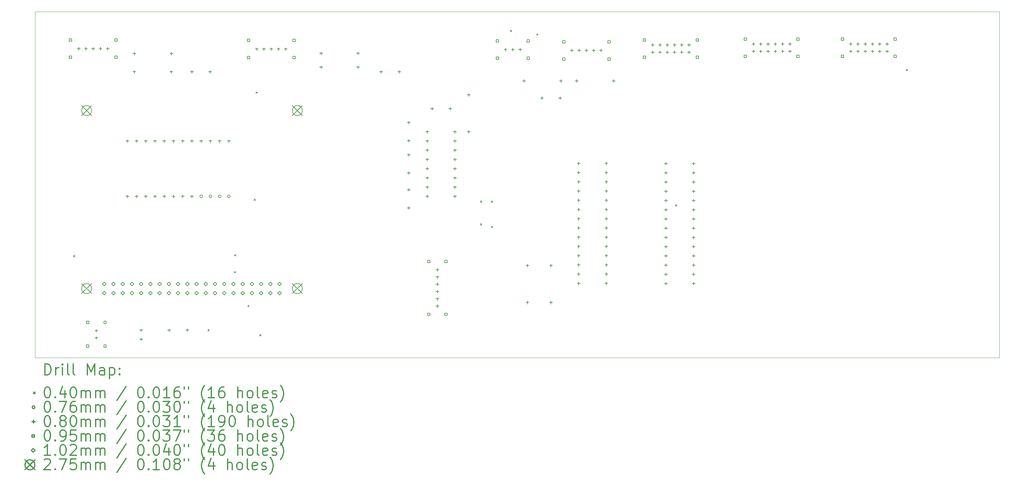
<source format=gbr>
%FSLAX45Y45*%
G04 Gerber Fmt 4.5, Leading zero omitted, Abs format (unit mm)*
G04 Created by KiCad (PCBNEW 4.0.7) date 06/16/18 15:25:15*
%MOMM*%
%LPD*%
G01*
G04 APERTURE LIST*
%ADD10C,0.127000*%
%ADD11C,0.100000*%
%ADD12C,0.200000*%
%ADD13C,0.300000*%
G04 APERTURE END LIST*
D10*
D11*
X3937000Y-11811000D02*
X3937000Y-2286000D01*
X30480000Y-11811000D02*
X3937000Y-11811000D01*
X30480000Y-11557000D02*
X30480000Y-11811000D01*
X30480000Y-11176000D02*
X30480000Y-11557000D01*
X30480000Y-2286000D02*
X30480000Y-11176000D01*
X3937000Y-2286000D02*
X30480000Y-2286000D01*
D12*
X4992000Y-8991000D02*
X5032000Y-9031000D01*
X5032000Y-8991000D02*
X4992000Y-9031000D01*
X8692000Y-11028501D02*
X8732000Y-11068501D01*
X8732000Y-11028501D02*
X8692000Y-11068501D01*
X9414466Y-9434206D02*
X9454466Y-9474206D01*
X9454466Y-9434206D02*
X9414466Y-9474206D01*
X9426542Y-8970272D02*
X9466542Y-9010272D01*
X9466542Y-8970272D02*
X9426542Y-9010272D01*
X9792000Y-10366000D02*
X9832000Y-10406000D01*
X9832000Y-10366000D02*
X9792000Y-10406000D01*
X9967000Y-7441000D02*
X10007000Y-7481000D01*
X10007000Y-7441000D02*
X9967000Y-7481000D01*
X10017000Y-4491000D02*
X10057000Y-4531000D01*
X10057000Y-4491000D02*
X10017000Y-4531000D01*
X10117000Y-11166000D02*
X10157000Y-11206000D01*
X10157000Y-11166000D02*
X10117000Y-11206000D01*
X16192000Y-7491000D02*
X16232000Y-7531000D01*
X16232000Y-7491000D02*
X16192000Y-7531000D01*
X16192000Y-8116000D02*
X16232000Y-8156000D01*
X16232000Y-8116000D02*
X16192000Y-8156000D01*
X16492000Y-7491000D02*
X16532000Y-7531000D01*
X16532000Y-7491000D02*
X16492000Y-7531000D01*
X16492000Y-8191000D02*
X16532000Y-8231000D01*
X16532000Y-8191000D02*
X16492000Y-8231000D01*
X17017000Y-2790998D02*
X17057000Y-2830998D01*
X17057000Y-2790998D02*
X17017000Y-2830998D01*
X17742000Y-2891000D02*
X17782000Y-2931000D01*
X17782000Y-2891000D02*
X17742000Y-2931000D01*
X21567000Y-7592500D02*
X21607000Y-7632500D01*
X21607000Y-7592500D02*
X21567000Y-7632500D01*
X27917000Y-3866000D02*
X27957000Y-3906000D01*
X27957000Y-3866000D02*
X27917000Y-3906000D01*
X8547100Y-7366000D02*
G75*
G03X8547100Y-7366000I-38100J0D01*
G01*
X8801100Y-7366000D02*
G75*
G03X8801100Y-7366000I-38100J0D01*
G01*
X9055100Y-7366000D02*
G75*
G03X9055100Y-7366000I-38100J0D01*
G01*
X9309100Y-7366000D02*
G75*
G03X9309100Y-7366000I-38100J0D01*
G01*
X5137000Y-3258500D02*
X5137000Y-3338500D01*
X5097000Y-3298500D02*
X5177000Y-3298500D01*
X5337000Y-3258500D02*
X5337000Y-3338500D01*
X5297000Y-3298500D02*
X5377000Y-3298500D01*
X5537000Y-3258500D02*
X5537000Y-3338500D01*
X5497000Y-3298500D02*
X5577000Y-3298500D01*
X5624500Y-11021000D02*
X5624500Y-11101000D01*
X5584500Y-11061000D02*
X5664500Y-11061000D01*
X5624500Y-11221000D02*
X5624500Y-11301000D01*
X5584500Y-11261000D02*
X5664500Y-11261000D01*
X5737000Y-3258500D02*
X5737000Y-3338500D01*
X5697000Y-3298500D02*
X5777000Y-3298500D01*
X5937000Y-3258500D02*
X5937000Y-3338500D01*
X5897000Y-3298500D02*
X5977000Y-3298500D01*
X6477000Y-5802000D02*
X6477000Y-5882000D01*
X6437000Y-5842000D02*
X6517000Y-5842000D01*
X6477000Y-7326000D02*
X6477000Y-7406000D01*
X6437000Y-7366000D02*
X6517000Y-7366000D01*
X6667500Y-3897000D02*
X6667500Y-3977000D01*
X6627500Y-3937000D02*
X6707500Y-3937000D01*
X6671000Y-3396000D02*
X6671000Y-3476000D01*
X6631000Y-3436000D02*
X6711000Y-3436000D01*
X6731000Y-5802000D02*
X6731000Y-5882000D01*
X6691000Y-5842000D02*
X6771000Y-5842000D01*
X6731000Y-7326000D02*
X6731000Y-7406000D01*
X6691000Y-7366000D02*
X6771000Y-7366000D01*
X6858000Y-11009000D02*
X6858000Y-11089000D01*
X6818000Y-11049000D02*
X6898000Y-11049000D01*
X6858000Y-11259000D02*
X6858000Y-11339000D01*
X6818000Y-11299000D02*
X6898000Y-11299000D01*
X6985000Y-5802000D02*
X6985000Y-5882000D01*
X6945000Y-5842000D02*
X7025000Y-5842000D01*
X6985000Y-7326000D02*
X6985000Y-7406000D01*
X6945000Y-7366000D02*
X7025000Y-7366000D01*
X7239000Y-5802000D02*
X7239000Y-5882000D01*
X7199000Y-5842000D02*
X7279000Y-5842000D01*
X7239000Y-7326000D02*
X7239000Y-7406000D01*
X7199000Y-7366000D02*
X7279000Y-7366000D01*
X7493000Y-5802000D02*
X7493000Y-5882000D01*
X7453000Y-5842000D02*
X7533000Y-5842000D01*
X7493000Y-7326000D02*
X7493000Y-7406000D01*
X7453000Y-7366000D02*
X7533000Y-7366000D01*
X7628000Y-11009000D02*
X7628000Y-11089000D01*
X7588000Y-11049000D02*
X7668000Y-11049000D01*
X7683500Y-3897000D02*
X7683500Y-3977000D01*
X7643500Y-3937000D02*
X7723500Y-3937000D01*
X7687000Y-3396000D02*
X7687000Y-3476000D01*
X7647000Y-3436000D02*
X7727000Y-3436000D01*
X7747000Y-5802000D02*
X7747000Y-5882000D01*
X7707000Y-5842000D02*
X7787000Y-5842000D01*
X7747000Y-7326000D02*
X7747000Y-7406000D01*
X7707000Y-7366000D02*
X7787000Y-7366000D01*
X8001000Y-5802000D02*
X8001000Y-5882000D01*
X7961000Y-5842000D02*
X8041000Y-5842000D01*
X8001000Y-7326000D02*
X8001000Y-7406000D01*
X7961000Y-7366000D02*
X8041000Y-7366000D01*
X8128000Y-11009000D02*
X8128000Y-11089000D01*
X8088000Y-11049000D02*
X8168000Y-11049000D01*
X8255000Y-3897000D02*
X8255000Y-3977000D01*
X8215000Y-3937000D02*
X8295000Y-3937000D01*
X8255000Y-5802000D02*
X8255000Y-5882000D01*
X8215000Y-5842000D02*
X8295000Y-5842000D01*
X8255000Y-7326000D02*
X8255000Y-7406000D01*
X8215000Y-7366000D02*
X8295000Y-7366000D01*
X8509000Y-5802000D02*
X8509000Y-5882000D01*
X8469000Y-5842000D02*
X8549000Y-5842000D01*
X8755000Y-3897000D02*
X8755000Y-3977000D01*
X8715000Y-3937000D02*
X8795000Y-3937000D01*
X8763000Y-5802000D02*
X8763000Y-5882000D01*
X8723000Y-5842000D02*
X8803000Y-5842000D01*
X9017000Y-5802000D02*
X9017000Y-5882000D01*
X8977000Y-5842000D02*
X9057000Y-5842000D01*
X9271000Y-5802000D02*
X9271000Y-5882000D01*
X9231000Y-5842000D02*
X9311000Y-5842000D01*
X10037000Y-3271000D02*
X10037000Y-3351000D01*
X9997000Y-3311000D02*
X10077000Y-3311000D01*
X10237000Y-3271000D02*
X10237000Y-3351000D01*
X10197000Y-3311000D02*
X10277000Y-3311000D01*
X10437000Y-3271000D02*
X10437000Y-3351000D01*
X10397000Y-3311000D02*
X10477000Y-3311000D01*
X10637000Y-3271000D02*
X10637000Y-3351000D01*
X10597000Y-3311000D02*
X10677000Y-3311000D01*
X10837000Y-3271000D02*
X10837000Y-3351000D01*
X10797000Y-3311000D02*
X10877000Y-3311000D01*
X11811000Y-3389000D02*
X11811000Y-3469000D01*
X11771000Y-3429000D02*
X11851000Y-3429000D01*
X11811000Y-3770000D02*
X11811000Y-3850000D01*
X11771000Y-3810000D02*
X11851000Y-3810000D01*
X12827000Y-3389000D02*
X12827000Y-3469000D01*
X12787000Y-3429000D02*
X12867000Y-3429000D01*
X12827000Y-3770000D02*
X12827000Y-3850000D01*
X12787000Y-3810000D02*
X12867000Y-3810000D01*
X13462000Y-3897000D02*
X13462000Y-3977000D01*
X13422000Y-3937000D02*
X13502000Y-3937000D01*
X13962000Y-3897000D02*
X13962000Y-3977000D01*
X13922000Y-3937000D02*
X14002000Y-3937000D01*
X14224000Y-5294000D02*
X14224000Y-5374000D01*
X14184000Y-5334000D02*
X14264000Y-5334000D01*
X14224000Y-5794000D02*
X14224000Y-5874000D01*
X14184000Y-5834000D02*
X14264000Y-5834000D01*
X14224000Y-6183000D02*
X14224000Y-6263000D01*
X14184000Y-6223000D02*
X14264000Y-6223000D01*
X14224000Y-6683000D02*
X14224000Y-6763000D01*
X14184000Y-6723000D02*
X14264000Y-6723000D01*
X14224000Y-7143500D02*
X14224000Y-7223500D01*
X14184000Y-7183500D02*
X14264000Y-7183500D01*
X14224000Y-7643500D02*
X14224000Y-7723500D01*
X14184000Y-7683500D02*
X14264000Y-7683500D01*
X14732000Y-5548000D02*
X14732000Y-5628000D01*
X14692000Y-5588000D02*
X14772000Y-5588000D01*
X14732000Y-5802000D02*
X14732000Y-5882000D01*
X14692000Y-5842000D02*
X14772000Y-5842000D01*
X14732000Y-6056000D02*
X14732000Y-6136000D01*
X14692000Y-6096000D02*
X14772000Y-6096000D01*
X14732000Y-6310000D02*
X14732000Y-6390000D01*
X14692000Y-6350000D02*
X14772000Y-6350000D01*
X14732000Y-6564000D02*
X14732000Y-6644000D01*
X14692000Y-6604000D02*
X14772000Y-6604000D01*
X14732000Y-6818000D02*
X14732000Y-6898000D01*
X14692000Y-6858000D02*
X14772000Y-6858000D01*
X14732000Y-7072000D02*
X14732000Y-7152000D01*
X14692000Y-7112000D02*
X14772000Y-7112000D01*
X14732000Y-7326000D02*
X14732000Y-7406000D01*
X14692000Y-7366000D02*
X14772000Y-7366000D01*
X14867000Y-4913000D02*
X14867000Y-4993000D01*
X14827000Y-4953000D02*
X14907000Y-4953000D01*
X15012000Y-9346000D02*
X15012000Y-9426000D01*
X14972000Y-9386000D02*
X15052000Y-9386000D01*
X15012000Y-9546000D02*
X15012000Y-9626000D01*
X14972000Y-9586000D02*
X15052000Y-9586000D01*
X15012000Y-9746000D02*
X15012000Y-9826000D01*
X14972000Y-9786000D02*
X15052000Y-9786000D01*
X15012000Y-9946000D02*
X15012000Y-10026000D01*
X14972000Y-9986000D02*
X15052000Y-9986000D01*
X15012000Y-10146000D02*
X15012000Y-10226000D01*
X14972000Y-10186000D02*
X15052000Y-10186000D01*
X15012000Y-10346000D02*
X15012000Y-10426000D01*
X14972000Y-10386000D02*
X15052000Y-10386000D01*
X15367000Y-4913000D02*
X15367000Y-4993000D01*
X15327000Y-4953000D02*
X15407000Y-4953000D01*
X15494000Y-5548000D02*
X15494000Y-5628000D01*
X15454000Y-5588000D02*
X15534000Y-5588000D01*
X15494000Y-5802000D02*
X15494000Y-5882000D01*
X15454000Y-5842000D02*
X15534000Y-5842000D01*
X15494000Y-6056000D02*
X15494000Y-6136000D01*
X15454000Y-6096000D02*
X15534000Y-6096000D01*
X15494000Y-6310000D02*
X15494000Y-6390000D01*
X15454000Y-6350000D02*
X15534000Y-6350000D01*
X15494000Y-6564000D02*
X15494000Y-6644000D01*
X15454000Y-6604000D02*
X15534000Y-6604000D01*
X15494000Y-6818000D02*
X15494000Y-6898000D01*
X15454000Y-6858000D02*
X15534000Y-6858000D01*
X15494000Y-7072000D02*
X15494000Y-7152000D01*
X15454000Y-7112000D02*
X15534000Y-7112000D01*
X15494000Y-7326000D02*
X15494000Y-7406000D01*
X15454000Y-7366000D02*
X15534000Y-7366000D01*
X15875000Y-4532000D02*
X15875000Y-4612000D01*
X15835000Y-4572000D02*
X15915000Y-4572000D01*
X15875000Y-5548000D02*
X15875000Y-5628000D01*
X15835000Y-5588000D02*
X15915000Y-5588000D01*
X16887000Y-3283500D02*
X16887000Y-3363500D01*
X16847000Y-3323500D02*
X16927000Y-3323500D01*
X17087000Y-3283500D02*
X17087000Y-3363500D01*
X17047000Y-3323500D02*
X17127000Y-3323500D01*
X17287000Y-3283500D02*
X17287000Y-3363500D01*
X17247000Y-3323500D02*
X17327000Y-3323500D01*
X17396000Y-4146000D02*
X17396000Y-4226000D01*
X17356000Y-4186000D02*
X17436000Y-4186000D01*
X17487000Y-9230000D02*
X17487000Y-9310000D01*
X17447000Y-9270000D02*
X17527000Y-9270000D01*
X17487000Y-10246000D02*
X17487000Y-10326000D01*
X17447000Y-10286000D02*
X17527000Y-10286000D01*
X17887000Y-4621000D02*
X17887000Y-4701000D01*
X17847000Y-4661000D02*
X17927000Y-4661000D01*
X18137000Y-9230000D02*
X18137000Y-9310000D01*
X18097000Y-9270000D02*
X18177000Y-9270000D01*
X18137000Y-10246000D02*
X18137000Y-10326000D01*
X18097000Y-10286000D02*
X18177000Y-10286000D01*
X18387000Y-4621000D02*
X18387000Y-4701000D01*
X18347000Y-4661000D02*
X18427000Y-4661000D01*
X18412000Y-4146000D02*
X18412000Y-4226000D01*
X18372000Y-4186000D02*
X18452000Y-4186000D01*
X18712000Y-3308500D02*
X18712000Y-3388500D01*
X18672000Y-3348500D02*
X18752000Y-3348500D01*
X18846000Y-4146000D02*
X18846000Y-4226000D01*
X18806000Y-4186000D02*
X18886000Y-4186000D01*
X18900000Y-6419000D02*
X18900000Y-6499000D01*
X18860000Y-6459000D02*
X18940000Y-6459000D01*
X18900000Y-6673000D02*
X18900000Y-6753000D01*
X18860000Y-6713000D02*
X18940000Y-6713000D01*
X18900000Y-6927000D02*
X18900000Y-7007000D01*
X18860000Y-6967000D02*
X18940000Y-6967000D01*
X18900000Y-7181000D02*
X18900000Y-7261000D01*
X18860000Y-7221000D02*
X18940000Y-7221000D01*
X18900000Y-7435000D02*
X18900000Y-7515000D01*
X18860000Y-7475000D02*
X18940000Y-7475000D01*
X18900000Y-7689000D02*
X18900000Y-7769000D01*
X18860000Y-7729000D02*
X18940000Y-7729000D01*
X18900000Y-7943000D02*
X18900000Y-8023000D01*
X18860000Y-7983000D02*
X18940000Y-7983000D01*
X18900000Y-8197000D02*
X18900000Y-8277000D01*
X18860000Y-8237000D02*
X18940000Y-8237000D01*
X18900000Y-8451000D02*
X18900000Y-8531000D01*
X18860000Y-8491000D02*
X18940000Y-8491000D01*
X18900000Y-8705000D02*
X18900000Y-8785000D01*
X18860000Y-8745000D02*
X18940000Y-8745000D01*
X18900000Y-8959000D02*
X18900000Y-9039000D01*
X18860000Y-8999000D02*
X18940000Y-8999000D01*
X18900000Y-9213000D02*
X18900000Y-9293000D01*
X18860000Y-9253000D02*
X18940000Y-9253000D01*
X18900000Y-9467000D02*
X18900000Y-9547000D01*
X18860000Y-9507000D02*
X18940000Y-9507000D01*
X18900000Y-9721000D02*
X18900000Y-9801000D01*
X18860000Y-9761000D02*
X18940000Y-9761000D01*
X18912000Y-3308500D02*
X18912000Y-3388500D01*
X18872000Y-3348500D02*
X18952000Y-3348500D01*
X19112000Y-3308500D02*
X19112000Y-3388500D01*
X19072000Y-3348500D02*
X19152000Y-3348500D01*
X19312000Y-3308500D02*
X19312000Y-3388500D01*
X19272000Y-3348500D02*
X19352000Y-3348500D01*
X19512000Y-3308500D02*
X19512000Y-3388500D01*
X19472000Y-3348500D02*
X19552000Y-3348500D01*
X19662000Y-6419000D02*
X19662000Y-6499000D01*
X19622000Y-6459000D02*
X19702000Y-6459000D01*
X19662000Y-6673000D02*
X19662000Y-6753000D01*
X19622000Y-6713000D02*
X19702000Y-6713000D01*
X19662000Y-6927000D02*
X19662000Y-7007000D01*
X19622000Y-6967000D02*
X19702000Y-6967000D01*
X19662000Y-7181000D02*
X19662000Y-7261000D01*
X19622000Y-7221000D02*
X19702000Y-7221000D01*
X19662000Y-7435000D02*
X19662000Y-7515000D01*
X19622000Y-7475000D02*
X19702000Y-7475000D01*
X19662000Y-7689000D02*
X19662000Y-7769000D01*
X19622000Y-7729000D02*
X19702000Y-7729000D01*
X19662000Y-7943000D02*
X19662000Y-8023000D01*
X19622000Y-7983000D02*
X19702000Y-7983000D01*
X19662000Y-8197000D02*
X19662000Y-8277000D01*
X19622000Y-8237000D02*
X19702000Y-8237000D01*
X19662000Y-8451000D02*
X19662000Y-8531000D01*
X19622000Y-8491000D02*
X19702000Y-8491000D01*
X19662000Y-8705000D02*
X19662000Y-8785000D01*
X19622000Y-8745000D02*
X19702000Y-8745000D01*
X19662000Y-8959000D02*
X19662000Y-9039000D01*
X19622000Y-8999000D02*
X19702000Y-8999000D01*
X19662000Y-9213000D02*
X19662000Y-9293000D01*
X19622000Y-9253000D02*
X19702000Y-9253000D01*
X19662000Y-9467000D02*
X19662000Y-9547000D01*
X19622000Y-9507000D02*
X19702000Y-9507000D01*
X19662000Y-9721000D02*
X19662000Y-9801000D01*
X19622000Y-9761000D02*
X19702000Y-9761000D01*
X19862000Y-4146000D02*
X19862000Y-4226000D01*
X19822000Y-4186000D02*
X19902000Y-4186000D01*
X20937000Y-3158500D02*
X20937000Y-3238500D01*
X20897000Y-3198500D02*
X20977000Y-3198500D01*
X20937000Y-3358500D02*
X20937000Y-3438500D01*
X20897000Y-3398500D02*
X20977000Y-3398500D01*
X21137000Y-3158500D02*
X21137000Y-3238500D01*
X21097000Y-3198500D02*
X21177000Y-3198500D01*
X21137000Y-3358500D02*
X21137000Y-3438500D01*
X21097000Y-3398500D02*
X21177000Y-3398500D01*
X21300000Y-6423000D02*
X21300000Y-6503000D01*
X21260000Y-6463000D02*
X21340000Y-6463000D01*
X21300000Y-6677000D02*
X21300000Y-6757000D01*
X21260000Y-6717000D02*
X21340000Y-6717000D01*
X21300000Y-6931000D02*
X21300000Y-7011000D01*
X21260000Y-6971000D02*
X21340000Y-6971000D01*
X21300000Y-7185000D02*
X21300000Y-7265000D01*
X21260000Y-7225000D02*
X21340000Y-7225000D01*
X21300000Y-7439000D02*
X21300000Y-7519000D01*
X21260000Y-7479000D02*
X21340000Y-7479000D01*
X21300000Y-7693000D02*
X21300000Y-7773000D01*
X21260000Y-7733000D02*
X21340000Y-7733000D01*
X21300000Y-7947000D02*
X21300000Y-8027000D01*
X21260000Y-7987000D02*
X21340000Y-7987000D01*
X21300000Y-8201000D02*
X21300000Y-8281000D01*
X21260000Y-8241000D02*
X21340000Y-8241000D01*
X21300000Y-8455000D02*
X21300000Y-8535000D01*
X21260000Y-8495000D02*
X21340000Y-8495000D01*
X21300000Y-8709000D02*
X21300000Y-8789000D01*
X21260000Y-8749000D02*
X21340000Y-8749000D01*
X21300000Y-8963000D02*
X21300000Y-9043000D01*
X21260000Y-9003000D02*
X21340000Y-9003000D01*
X21300000Y-9217000D02*
X21300000Y-9297000D01*
X21260000Y-9257000D02*
X21340000Y-9257000D01*
X21300000Y-9471000D02*
X21300000Y-9551000D01*
X21260000Y-9511000D02*
X21340000Y-9511000D01*
X21300000Y-9725000D02*
X21300000Y-9805000D01*
X21260000Y-9765000D02*
X21340000Y-9765000D01*
X21337000Y-3158500D02*
X21337000Y-3238500D01*
X21297000Y-3198500D02*
X21377000Y-3198500D01*
X21337000Y-3358500D02*
X21337000Y-3438500D01*
X21297000Y-3398500D02*
X21377000Y-3398500D01*
X21537000Y-3158500D02*
X21537000Y-3238500D01*
X21497000Y-3198500D02*
X21577000Y-3198500D01*
X21537000Y-3358500D02*
X21537000Y-3438500D01*
X21497000Y-3398500D02*
X21577000Y-3398500D01*
X21737000Y-3158500D02*
X21737000Y-3238500D01*
X21697000Y-3198500D02*
X21777000Y-3198500D01*
X21737000Y-3358500D02*
X21737000Y-3438500D01*
X21697000Y-3398500D02*
X21777000Y-3398500D01*
X21937000Y-3158500D02*
X21937000Y-3238500D01*
X21897000Y-3198500D02*
X21977000Y-3198500D01*
X21937000Y-3358500D02*
X21937000Y-3438500D01*
X21897000Y-3398500D02*
X21977000Y-3398500D01*
X22062000Y-6423000D02*
X22062000Y-6503000D01*
X22022000Y-6463000D02*
X22102000Y-6463000D01*
X22062000Y-6677000D02*
X22062000Y-6757000D01*
X22022000Y-6717000D02*
X22102000Y-6717000D01*
X22062000Y-6931000D02*
X22062000Y-7011000D01*
X22022000Y-6971000D02*
X22102000Y-6971000D01*
X22062000Y-7185000D02*
X22062000Y-7265000D01*
X22022000Y-7225000D02*
X22102000Y-7225000D01*
X22062000Y-7439000D02*
X22062000Y-7519000D01*
X22022000Y-7479000D02*
X22102000Y-7479000D01*
X22062000Y-7693000D02*
X22062000Y-7773000D01*
X22022000Y-7733000D02*
X22102000Y-7733000D01*
X22062000Y-7947000D02*
X22062000Y-8027000D01*
X22022000Y-7987000D02*
X22102000Y-7987000D01*
X22062000Y-8201000D02*
X22062000Y-8281000D01*
X22022000Y-8241000D02*
X22102000Y-8241000D01*
X22062000Y-8455000D02*
X22062000Y-8535000D01*
X22022000Y-8495000D02*
X22102000Y-8495000D01*
X22062000Y-8709000D02*
X22062000Y-8789000D01*
X22022000Y-8749000D02*
X22102000Y-8749000D01*
X22062000Y-8963000D02*
X22062000Y-9043000D01*
X22022000Y-9003000D02*
X22102000Y-9003000D01*
X22062000Y-9217000D02*
X22062000Y-9297000D01*
X22022000Y-9257000D02*
X22102000Y-9257000D01*
X22062000Y-9471000D02*
X22062000Y-9551000D01*
X22022000Y-9511000D02*
X22102000Y-9511000D01*
X22062000Y-9725000D02*
X22062000Y-9805000D01*
X22022000Y-9765000D02*
X22102000Y-9765000D01*
X23712000Y-3133500D02*
X23712000Y-3213500D01*
X23672000Y-3173500D02*
X23752000Y-3173500D01*
X23712000Y-3333500D02*
X23712000Y-3413500D01*
X23672000Y-3373500D02*
X23752000Y-3373500D01*
X23912000Y-3133500D02*
X23912000Y-3213500D01*
X23872000Y-3173500D02*
X23952000Y-3173500D01*
X23912000Y-3333500D02*
X23912000Y-3413500D01*
X23872000Y-3373500D02*
X23952000Y-3373500D01*
X24112000Y-3133500D02*
X24112000Y-3213500D01*
X24072000Y-3173500D02*
X24152000Y-3173500D01*
X24112000Y-3333500D02*
X24112000Y-3413500D01*
X24072000Y-3373500D02*
X24152000Y-3373500D01*
X24312000Y-3133500D02*
X24312000Y-3213500D01*
X24272000Y-3173500D02*
X24352000Y-3173500D01*
X24312000Y-3333500D02*
X24312000Y-3413500D01*
X24272000Y-3373500D02*
X24352000Y-3373500D01*
X24512000Y-3133500D02*
X24512000Y-3213500D01*
X24472000Y-3173500D02*
X24552000Y-3173500D01*
X24512000Y-3333500D02*
X24512000Y-3413500D01*
X24472000Y-3373500D02*
X24552000Y-3373500D01*
X24712000Y-3133500D02*
X24712000Y-3213500D01*
X24672000Y-3173500D02*
X24752000Y-3173500D01*
X24712000Y-3333500D02*
X24712000Y-3413500D01*
X24672000Y-3373500D02*
X24752000Y-3373500D01*
X26387000Y-3133500D02*
X26387000Y-3213500D01*
X26347000Y-3173500D02*
X26427000Y-3173500D01*
X26387000Y-3333500D02*
X26387000Y-3413500D01*
X26347000Y-3373500D02*
X26427000Y-3373500D01*
X26587000Y-3133500D02*
X26587000Y-3213500D01*
X26547000Y-3173500D02*
X26627000Y-3173500D01*
X26587000Y-3333500D02*
X26587000Y-3413500D01*
X26547000Y-3373500D02*
X26627000Y-3373500D01*
X26787000Y-3133500D02*
X26787000Y-3213500D01*
X26747000Y-3173500D02*
X26827000Y-3173500D01*
X26787000Y-3333500D02*
X26787000Y-3413500D01*
X26747000Y-3373500D02*
X26827000Y-3373500D01*
X26987000Y-3133500D02*
X26987000Y-3213500D01*
X26947000Y-3173500D02*
X27027000Y-3173500D01*
X26987000Y-3333500D02*
X26987000Y-3413500D01*
X26947000Y-3373500D02*
X27027000Y-3373500D01*
X27187000Y-3133500D02*
X27187000Y-3213500D01*
X27147000Y-3173500D02*
X27227000Y-3173500D01*
X27187000Y-3333500D02*
X27187000Y-3413500D01*
X27147000Y-3373500D02*
X27227000Y-3373500D01*
X27387000Y-3133500D02*
X27387000Y-3213500D01*
X27347000Y-3173500D02*
X27427000Y-3173500D01*
X27387000Y-3333500D02*
X27387000Y-3413500D01*
X27347000Y-3373500D02*
X27427000Y-3373500D01*
X4945588Y-3094588D02*
X4945588Y-3027412D01*
X4878412Y-3027412D01*
X4878412Y-3094588D01*
X4945588Y-3094588D01*
X4945588Y-3569588D02*
X4945588Y-3502412D01*
X4878412Y-3502412D01*
X4878412Y-3569588D01*
X4945588Y-3569588D01*
X5420588Y-10869588D02*
X5420588Y-10802412D01*
X5353412Y-10802412D01*
X5353412Y-10869588D01*
X5420588Y-10869588D01*
X5420588Y-11519588D02*
X5420588Y-11452412D01*
X5353412Y-11452412D01*
X5353412Y-11519588D01*
X5420588Y-11519588D01*
X5895588Y-10869588D02*
X5895588Y-10802412D01*
X5828412Y-10802412D01*
X5828412Y-10869588D01*
X5895588Y-10869588D01*
X5895588Y-11519588D02*
X5895588Y-11452412D01*
X5828412Y-11452412D01*
X5828412Y-11519588D01*
X5895588Y-11519588D01*
X6195588Y-3094588D02*
X6195588Y-3027412D01*
X6128412Y-3027412D01*
X6128412Y-3094588D01*
X6195588Y-3094588D01*
X6195588Y-3569588D02*
X6195588Y-3502412D01*
X6128412Y-3502412D01*
X6128412Y-3569588D01*
X6195588Y-3569588D01*
X9845588Y-3107088D02*
X9845588Y-3039912D01*
X9778412Y-3039912D01*
X9778412Y-3107088D01*
X9845588Y-3107088D01*
X9845588Y-3582088D02*
X9845588Y-3514912D01*
X9778412Y-3514912D01*
X9778412Y-3582088D01*
X9845588Y-3582088D01*
X11095588Y-3107088D02*
X11095588Y-3039912D01*
X11028412Y-3039912D01*
X11028412Y-3107088D01*
X11095588Y-3107088D01*
X11095588Y-3582088D02*
X11095588Y-3514912D01*
X11028412Y-3514912D01*
X11028412Y-3582088D01*
X11095588Y-3582088D01*
X14808088Y-9194588D02*
X14808088Y-9127412D01*
X14740912Y-9127412D01*
X14740912Y-9194588D01*
X14808088Y-9194588D01*
X14808088Y-10644588D02*
X14808088Y-10577412D01*
X14740912Y-10577412D01*
X14740912Y-10644588D01*
X14808088Y-10644588D01*
X15283088Y-9194588D02*
X15283088Y-9127412D01*
X15215912Y-9127412D01*
X15215912Y-9194588D01*
X15283088Y-9194588D01*
X15283088Y-10644588D02*
X15283088Y-10577412D01*
X15215912Y-10577412D01*
X15215912Y-10644588D01*
X15283088Y-10644588D01*
X16695588Y-3119588D02*
X16695588Y-3052412D01*
X16628412Y-3052412D01*
X16628412Y-3119588D01*
X16695588Y-3119588D01*
X16695588Y-3594588D02*
X16695588Y-3527412D01*
X16628412Y-3527412D01*
X16628412Y-3594588D01*
X16695588Y-3594588D01*
X17545588Y-3119588D02*
X17545588Y-3052412D01*
X17478412Y-3052412D01*
X17478412Y-3119588D01*
X17545588Y-3119588D01*
X17545588Y-3594588D02*
X17545588Y-3527412D01*
X17478412Y-3527412D01*
X17478412Y-3594588D01*
X17545588Y-3594588D01*
X18520588Y-3144588D02*
X18520588Y-3077412D01*
X18453412Y-3077412D01*
X18453412Y-3144588D01*
X18520588Y-3144588D01*
X18520588Y-3619588D02*
X18520588Y-3552412D01*
X18453412Y-3552412D01*
X18453412Y-3619588D01*
X18520588Y-3619588D01*
X19770588Y-3144588D02*
X19770588Y-3077412D01*
X19703412Y-3077412D01*
X19703412Y-3144588D01*
X19770588Y-3144588D01*
X19770588Y-3619588D02*
X19770588Y-3552412D01*
X19703412Y-3552412D01*
X19703412Y-3619588D01*
X19770588Y-3619588D01*
X20745588Y-3094588D02*
X20745588Y-3027412D01*
X20678412Y-3027412D01*
X20678412Y-3094588D01*
X20745588Y-3094588D01*
X20745588Y-3569588D02*
X20745588Y-3502412D01*
X20678412Y-3502412D01*
X20678412Y-3569588D01*
X20745588Y-3569588D01*
X22195588Y-3094588D02*
X22195588Y-3027412D01*
X22128412Y-3027412D01*
X22128412Y-3094588D01*
X22195588Y-3094588D01*
X22195588Y-3569588D02*
X22195588Y-3502412D01*
X22128412Y-3502412D01*
X22128412Y-3569588D01*
X22195588Y-3569588D01*
X23520588Y-3069588D02*
X23520588Y-3002412D01*
X23453412Y-3002412D01*
X23453412Y-3069588D01*
X23520588Y-3069588D01*
X23520588Y-3544588D02*
X23520588Y-3477412D01*
X23453412Y-3477412D01*
X23453412Y-3544588D01*
X23520588Y-3544588D01*
X24970588Y-3069588D02*
X24970588Y-3002412D01*
X24903412Y-3002412D01*
X24903412Y-3069588D01*
X24970588Y-3069588D01*
X24970588Y-3544588D02*
X24970588Y-3477412D01*
X24903412Y-3477412D01*
X24903412Y-3544588D01*
X24970588Y-3544588D01*
X26195588Y-3069588D02*
X26195588Y-3002412D01*
X26128412Y-3002412D01*
X26128412Y-3069588D01*
X26195588Y-3069588D01*
X26195588Y-3544588D02*
X26195588Y-3477412D01*
X26128412Y-3477412D01*
X26128412Y-3544588D01*
X26195588Y-3544588D01*
X27645588Y-3069588D02*
X27645588Y-3002412D01*
X27578412Y-3002412D01*
X27578412Y-3069588D01*
X27645588Y-3069588D01*
X27645588Y-3544588D02*
X27645588Y-3477412D01*
X27578412Y-3477412D01*
X27578412Y-3544588D01*
X27645588Y-3544588D01*
X5842000Y-9829800D02*
X5892800Y-9779000D01*
X5842000Y-9728200D01*
X5791200Y-9779000D01*
X5842000Y-9829800D01*
X5842000Y-10083800D02*
X5892800Y-10033000D01*
X5842000Y-9982200D01*
X5791200Y-10033000D01*
X5842000Y-10083800D01*
X6096000Y-9829800D02*
X6146800Y-9779000D01*
X6096000Y-9728200D01*
X6045200Y-9779000D01*
X6096000Y-9829800D01*
X6096000Y-10083800D02*
X6146800Y-10033000D01*
X6096000Y-9982200D01*
X6045200Y-10033000D01*
X6096000Y-10083800D01*
X6350000Y-9829800D02*
X6400800Y-9779000D01*
X6350000Y-9728200D01*
X6299200Y-9779000D01*
X6350000Y-9829800D01*
X6350000Y-10083800D02*
X6400800Y-10033000D01*
X6350000Y-9982200D01*
X6299200Y-10033000D01*
X6350000Y-10083800D01*
X6604000Y-9829800D02*
X6654800Y-9779000D01*
X6604000Y-9728200D01*
X6553200Y-9779000D01*
X6604000Y-9829800D01*
X6604000Y-10083800D02*
X6654800Y-10033000D01*
X6604000Y-9982200D01*
X6553200Y-10033000D01*
X6604000Y-10083800D01*
X6858000Y-9829800D02*
X6908800Y-9779000D01*
X6858000Y-9728200D01*
X6807200Y-9779000D01*
X6858000Y-9829800D01*
X6858000Y-10083800D02*
X6908800Y-10033000D01*
X6858000Y-9982200D01*
X6807200Y-10033000D01*
X6858000Y-10083800D01*
X7112000Y-9829800D02*
X7162800Y-9779000D01*
X7112000Y-9728200D01*
X7061200Y-9779000D01*
X7112000Y-9829800D01*
X7112000Y-10083800D02*
X7162800Y-10033000D01*
X7112000Y-9982200D01*
X7061200Y-10033000D01*
X7112000Y-10083800D01*
X7366000Y-9829800D02*
X7416800Y-9779000D01*
X7366000Y-9728200D01*
X7315200Y-9779000D01*
X7366000Y-9829800D01*
X7366000Y-10083800D02*
X7416800Y-10033000D01*
X7366000Y-9982200D01*
X7315200Y-10033000D01*
X7366000Y-10083800D01*
X7620000Y-9829800D02*
X7670800Y-9779000D01*
X7620000Y-9728200D01*
X7569200Y-9779000D01*
X7620000Y-9829800D01*
X7620000Y-10083800D02*
X7670800Y-10033000D01*
X7620000Y-9982200D01*
X7569200Y-10033000D01*
X7620000Y-10083800D01*
X7874000Y-9829800D02*
X7924800Y-9779000D01*
X7874000Y-9728200D01*
X7823200Y-9779000D01*
X7874000Y-9829800D01*
X7874000Y-10083800D02*
X7924800Y-10033000D01*
X7874000Y-9982200D01*
X7823200Y-10033000D01*
X7874000Y-10083800D01*
X8128000Y-9829800D02*
X8178800Y-9779000D01*
X8128000Y-9728200D01*
X8077200Y-9779000D01*
X8128000Y-9829800D01*
X8128000Y-10083800D02*
X8178800Y-10033000D01*
X8128000Y-9982200D01*
X8077200Y-10033000D01*
X8128000Y-10083800D01*
X8382000Y-9829800D02*
X8432800Y-9779000D01*
X8382000Y-9728200D01*
X8331200Y-9779000D01*
X8382000Y-9829800D01*
X8382000Y-10083800D02*
X8432800Y-10033000D01*
X8382000Y-9982200D01*
X8331200Y-10033000D01*
X8382000Y-10083800D01*
X8636000Y-9829800D02*
X8686800Y-9779000D01*
X8636000Y-9728200D01*
X8585200Y-9779000D01*
X8636000Y-9829800D01*
X8636000Y-10083800D02*
X8686800Y-10033000D01*
X8636000Y-9982200D01*
X8585200Y-10033000D01*
X8636000Y-10083800D01*
X8890000Y-9829800D02*
X8940800Y-9779000D01*
X8890000Y-9728200D01*
X8839200Y-9779000D01*
X8890000Y-9829800D01*
X8890000Y-10083800D02*
X8940800Y-10033000D01*
X8890000Y-9982200D01*
X8839200Y-10033000D01*
X8890000Y-10083800D01*
X9144000Y-9829800D02*
X9194800Y-9779000D01*
X9144000Y-9728200D01*
X9093200Y-9779000D01*
X9144000Y-9829800D01*
X9144000Y-10083800D02*
X9194800Y-10033000D01*
X9144000Y-9982200D01*
X9093200Y-10033000D01*
X9144000Y-10083800D01*
X9398000Y-9829800D02*
X9448800Y-9779000D01*
X9398000Y-9728200D01*
X9347200Y-9779000D01*
X9398000Y-9829800D01*
X9398000Y-10083800D02*
X9448800Y-10033000D01*
X9398000Y-9982200D01*
X9347200Y-10033000D01*
X9398000Y-10083800D01*
X9652000Y-9829800D02*
X9702800Y-9779000D01*
X9652000Y-9728200D01*
X9601200Y-9779000D01*
X9652000Y-9829800D01*
X9652000Y-10083800D02*
X9702800Y-10033000D01*
X9652000Y-9982200D01*
X9601200Y-10033000D01*
X9652000Y-10083800D01*
X9906000Y-9829800D02*
X9956800Y-9779000D01*
X9906000Y-9728200D01*
X9855200Y-9779000D01*
X9906000Y-9829800D01*
X9906000Y-10083800D02*
X9956800Y-10033000D01*
X9906000Y-9982200D01*
X9855200Y-10033000D01*
X9906000Y-10083800D01*
X10160000Y-9829800D02*
X10210800Y-9779000D01*
X10160000Y-9728200D01*
X10109200Y-9779000D01*
X10160000Y-9829800D01*
X10160000Y-10083800D02*
X10210800Y-10033000D01*
X10160000Y-9982200D01*
X10109200Y-10033000D01*
X10160000Y-10083800D01*
X10414000Y-9829800D02*
X10464800Y-9779000D01*
X10414000Y-9728200D01*
X10363200Y-9779000D01*
X10414000Y-9829800D01*
X10414000Y-10083800D02*
X10464800Y-10033000D01*
X10414000Y-9982200D01*
X10363200Y-10033000D01*
X10414000Y-10083800D01*
X10668000Y-9829800D02*
X10718800Y-9779000D01*
X10668000Y-9728200D01*
X10617200Y-9779000D01*
X10668000Y-9829800D01*
X10668000Y-10083800D02*
X10718800Y-10033000D01*
X10668000Y-9982200D01*
X10617200Y-10033000D01*
X10668000Y-10083800D01*
X5217500Y-4868500D02*
X5492500Y-5143500D01*
X5492500Y-4868500D02*
X5217500Y-5143500D01*
X5492500Y-5006000D02*
G75*
G03X5492500Y-5006000I-137500J0D01*
G01*
X5217500Y-9768500D02*
X5492500Y-10043500D01*
X5492500Y-9768500D02*
X5217500Y-10043500D01*
X5492500Y-9906000D02*
G75*
G03X5492500Y-9906000I-137500J0D01*
G01*
X11017500Y-4868500D02*
X11292500Y-5143500D01*
X11292500Y-4868500D02*
X11017500Y-5143500D01*
X11292500Y-5006000D02*
G75*
G03X11292500Y-5006000I-137500J0D01*
G01*
X11017500Y-9768500D02*
X11292500Y-10043500D01*
X11292500Y-9768500D02*
X11017500Y-10043500D01*
X11292500Y-9906000D02*
G75*
G03X11292500Y-9906000I-137500J0D01*
G01*
D13*
X4203429Y-12281714D02*
X4203429Y-11981714D01*
X4274857Y-11981714D01*
X4317714Y-11996000D01*
X4346286Y-12024571D01*
X4360571Y-12053143D01*
X4374857Y-12110286D01*
X4374857Y-12153143D01*
X4360571Y-12210286D01*
X4346286Y-12238857D01*
X4317714Y-12267429D01*
X4274857Y-12281714D01*
X4203429Y-12281714D01*
X4503429Y-12281714D02*
X4503429Y-12081714D01*
X4503429Y-12138857D02*
X4517714Y-12110286D01*
X4532000Y-12096000D01*
X4560571Y-12081714D01*
X4589143Y-12081714D01*
X4689143Y-12281714D02*
X4689143Y-12081714D01*
X4689143Y-11981714D02*
X4674857Y-11996000D01*
X4689143Y-12010286D01*
X4703429Y-11996000D01*
X4689143Y-11981714D01*
X4689143Y-12010286D01*
X4874857Y-12281714D02*
X4846286Y-12267429D01*
X4832000Y-12238857D01*
X4832000Y-11981714D01*
X5032000Y-12281714D02*
X5003429Y-12267429D01*
X4989143Y-12238857D01*
X4989143Y-11981714D01*
X5374857Y-12281714D02*
X5374857Y-11981714D01*
X5474857Y-12196000D01*
X5574857Y-11981714D01*
X5574857Y-12281714D01*
X5846286Y-12281714D02*
X5846286Y-12124571D01*
X5832000Y-12096000D01*
X5803428Y-12081714D01*
X5746286Y-12081714D01*
X5717714Y-12096000D01*
X5846286Y-12267429D02*
X5817714Y-12281714D01*
X5746286Y-12281714D01*
X5717714Y-12267429D01*
X5703428Y-12238857D01*
X5703428Y-12210286D01*
X5717714Y-12181714D01*
X5746286Y-12167429D01*
X5817714Y-12167429D01*
X5846286Y-12153143D01*
X5989143Y-12081714D02*
X5989143Y-12381714D01*
X5989143Y-12096000D02*
X6017714Y-12081714D01*
X6074857Y-12081714D01*
X6103428Y-12096000D01*
X6117714Y-12110286D01*
X6132000Y-12138857D01*
X6132000Y-12224571D01*
X6117714Y-12253143D01*
X6103428Y-12267429D01*
X6074857Y-12281714D01*
X6017714Y-12281714D01*
X5989143Y-12267429D01*
X6260571Y-12253143D02*
X6274857Y-12267429D01*
X6260571Y-12281714D01*
X6246286Y-12267429D01*
X6260571Y-12253143D01*
X6260571Y-12281714D01*
X6260571Y-12096000D02*
X6274857Y-12110286D01*
X6260571Y-12124571D01*
X6246286Y-12110286D01*
X6260571Y-12096000D01*
X6260571Y-12124571D01*
X3892000Y-12756000D02*
X3932000Y-12796000D01*
X3932000Y-12756000D02*
X3892000Y-12796000D01*
X4260571Y-12611714D02*
X4289143Y-12611714D01*
X4317714Y-12626000D01*
X4332000Y-12640286D01*
X4346286Y-12668857D01*
X4360571Y-12726000D01*
X4360571Y-12797429D01*
X4346286Y-12854571D01*
X4332000Y-12883143D01*
X4317714Y-12897429D01*
X4289143Y-12911714D01*
X4260571Y-12911714D01*
X4232000Y-12897429D01*
X4217714Y-12883143D01*
X4203429Y-12854571D01*
X4189143Y-12797429D01*
X4189143Y-12726000D01*
X4203429Y-12668857D01*
X4217714Y-12640286D01*
X4232000Y-12626000D01*
X4260571Y-12611714D01*
X4489143Y-12883143D02*
X4503429Y-12897429D01*
X4489143Y-12911714D01*
X4474857Y-12897429D01*
X4489143Y-12883143D01*
X4489143Y-12911714D01*
X4760571Y-12711714D02*
X4760571Y-12911714D01*
X4689143Y-12597429D02*
X4617714Y-12811714D01*
X4803428Y-12811714D01*
X4974857Y-12611714D02*
X5003429Y-12611714D01*
X5032000Y-12626000D01*
X5046286Y-12640286D01*
X5060571Y-12668857D01*
X5074857Y-12726000D01*
X5074857Y-12797429D01*
X5060571Y-12854571D01*
X5046286Y-12883143D01*
X5032000Y-12897429D01*
X5003429Y-12911714D01*
X4974857Y-12911714D01*
X4946286Y-12897429D01*
X4932000Y-12883143D01*
X4917714Y-12854571D01*
X4903429Y-12797429D01*
X4903429Y-12726000D01*
X4917714Y-12668857D01*
X4932000Y-12640286D01*
X4946286Y-12626000D01*
X4974857Y-12611714D01*
X5203429Y-12911714D02*
X5203429Y-12711714D01*
X5203429Y-12740286D02*
X5217714Y-12726000D01*
X5246286Y-12711714D01*
X5289143Y-12711714D01*
X5317714Y-12726000D01*
X5332000Y-12754571D01*
X5332000Y-12911714D01*
X5332000Y-12754571D02*
X5346286Y-12726000D01*
X5374857Y-12711714D01*
X5417714Y-12711714D01*
X5446286Y-12726000D01*
X5460571Y-12754571D01*
X5460571Y-12911714D01*
X5603428Y-12911714D02*
X5603428Y-12711714D01*
X5603428Y-12740286D02*
X5617714Y-12726000D01*
X5646286Y-12711714D01*
X5689143Y-12711714D01*
X5717714Y-12726000D01*
X5732000Y-12754571D01*
X5732000Y-12911714D01*
X5732000Y-12754571D02*
X5746286Y-12726000D01*
X5774857Y-12711714D01*
X5817714Y-12711714D01*
X5846286Y-12726000D01*
X5860571Y-12754571D01*
X5860571Y-12911714D01*
X6446286Y-12597429D02*
X6189143Y-12983143D01*
X6832000Y-12611714D02*
X6860571Y-12611714D01*
X6889143Y-12626000D01*
X6903428Y-12640286D01*
X6917714Y-12668857D01*
X6932000Y-12726000D01*
X6932000Y-12797429D01*
X6917714Y-12854571D01*
X6903428Y-12883143D01*
X6889143Y-12897429D01*
X6860571Y-12911714D01*
X6832000Y-12911714D01*
X6803428Y-12897429D01*
X6789143Y-12883143D01*
X6774857Y-12854571D01*
X6760571Y-12797429D01*
X6760571Y-12726000D01*
X6774857Y-12668857D01*
X6789143Y-12640286D01*
X6803428Y-12626000D01*
X6832000Y-12611714D01*
X7060571Y-12883143D02*
X7074857Y-12897429D01*
X7060571Y-12911714D01*
X7046286Y-12897429D01*
X7060571Y-12883143D01*
X7060571Y-12911714D01*
X7260571Y-12611714D02*
X7289143Y-12611714D01*
X7317714Y-12626000D01*
X7332000Y-12640286D01*
X7346285Y-12668857D01*
X7360571Y-12726000D01*
X7360571Y-12797429D01*
X7346285Y-12854571D01*
X7332000Y-12883143D01*
X7317714Y-12897429D01*
X7289143Y-12911714D01*
X7260571Y-12911714D01*
X7232000Y-12897429D01*
X7217714Y-12883143D01*
X7203428Y-12854571D01*
X7189143Y-12797429D01*
X7189143Y-12726000D01*
X7203428Y-12668857D01*
X7217714Y-12640286D01*
X7232000Y-12626000D01*
X7260571Y-12611714D01*
X7646285Y-12911714D02*
X7474857Y-12911714D01*
X7560571Y-12911714D02*
X7560571Y-12611714D01*
X7532000Y-12654571D01*
X7503428Y-12683143D01*
X7474857Y-12697429D01*
X7903428Y-12611714D02*
X7846285Y-12611714D01*
X7817714Y-12626000D01*
X7803428Y-12640286D01*
X7774857Y-12683143D01*
X7760571Y-12740286D01*
X7760571Y-12854571D01*
X7774857Y-12883143D01*
X7789143Y-12897429D01*
X7817714Y-12911714D01*
X7874857Y-12911714D01*
X7903428Y-12897429D01*
X7917714Y-12883143D01*
X7932000Y-12854571D01*
X7932000Y-12783143D01*
X7917714Y-12754571D01*
X7903428Y-12740286D01*
X7874857Y-12726000D01*
X7817714Y-12726000D01*
X7789143Y-12740286D01*
X7774857Y-12754571D01*
X7760571Y-12783143D01*
X8046286Y-12611714D02*
X8046286Y-12668857D01*
X8160571Y-12611714D02*
X8160571Y-12668857D01*
X8603428Y-13026000D02*
X8589143Y-13011714D01*
X8560571Y-12968857D01*
X8546286Y-12940286D01*
X8532000Y-12897429D01*
X8517714Y-12826000D01*
X8517714Y-12768857D01*
X8532000Y-12697429D01*
X8546286Y-12654571D01*
X8560571Y-12626000D01*
X8589143Y-12583143D01*
X8603428Y-12568857D01*
X8874857Y-12911714D02*
X8703428Y-12911714D01*
X8789143Y-12911714D02*
X8789143Y-12611714D01*
X8760571Y-12654571D01*
X8732000Y-12683143D01*
X8703428Y-12697429D01*
X9132000Y-12611714D02*
X9074857Y-12611714D01*
X9046286Y-12626000D01*
X9032000Y-12640286D01*
X9003428Y-12683143D01*
X8989143Y-12740286D01*
X8989143Y-12854571D01*
X9003428Y-12883143D01*
X9017714Y-12897429D01*
X9046286Y-12911714D01*
X9103428Y-12911714D01*
X9132000Y-12897429D01*
X9146286Y-12883143D01*
X9160571Y-12854571D01*
X9160571Y-12783143D01*
X9146286Y-12754571D01*
X9132000Y-12740286D01*
X9103428Y-12726000D01*
X9046286Y-12726000D01*
X9017714Y-12740286D01*
X9003428Y-12754571D01*
X8989143Y-12783143D01*
X9517714Y-12911714D02*
X9517714Y-12611714D01*
X9646286Y-12911714D02*
X9646286Y-12754571D01*
X9632000Y-12726000D01*
X9603428Y-12711714D01*
X9560571Y-12711714D01*
X9532000Y-12726000D01*
X9517714Y-12740286D01*
X9832000Y-12911714D02*
X9803428Y-12897429D01*
X9789143Y-12883143D01*
X9774857Y-12854571D01*
X9774857Y-12768857D01*
X9789143Y-12740286D01*
X9803428Y-12726000D01*
X9832000Y-12711714D01*
X9874857Y-12711714D01*
X9903428Y-12726000D01*
X9917714Y-12740286D01*
X9932000Y-12768857D01*
X9932000Y-12854571D01*
X9917714Y-12883143D01*
X9903428Y-12897429D01*
X9874857Y-12911714D01*
X9832000Y-12911714D01*
X10103428Y-12911714D02*
X10074857Y-12897429D01*
X10060571Y-12868857D01*
X10060571Y-12611714D01*
X10332000Y-12897429D02*
X10303429Y-12911714D01*
X10246286Y-12911714D01*
X10217714Y-12897429D01*
X10203429Y-12868857D01*
X10203429Y-12754571D01*
X10217714Y-12726000D01*
X10246286Y-12711714D01*
X10303429Y-12711714D01*
X10332000Y-12726000D01*
X10346286Y-12754571D01*
X10346286Y-12783143D01*
X10203429Y-12811714D01*
X10460571Y-12897429D02*
X10489143Y-12911714D01*
X10546286Y-12911714D01*
X10574857Y-12897429D01*
X10589143Y-12868857D01*
X10589143Y-12854571D01*
X10574857Y-12826000D01*
X10546286Y-12811714D01*
X10503429Y-12811714D01*
X10474857Y-12797429D01*
X10460571Y-12768857D01*
X10460571Y-12754571D01*
X10474857Y-12726000D01*
X10503429Y-12711714D01*
X10546286Y-12711714D01*
X10574857Y-12726000D01*
X10689143Y-13026000D02*
X10703429Y-13011714D01*
X10732000Y-12968857D01*
X10746286Y-12940286D01*
X10760571Y-12897429D01*
X10774857Y-12826000D01*
X10774857Y-12768857D01*
X10760571Y-12697429D01*
X10746286Y-12654571D01*
X10732000Y-12626000D01*
X10703429Y-12583143D01*
X10689143Y-12568857D01*
X3932000Y-13172000D02*
G75*
G03X3932000Y-13172000I-38100J0D01*
G01*
X4260571Y-13007714D02*
X4289143Y-13007714D01*
X4317714Y-13022000D01*
X4332000Y-13036286D01*
X4346286Y-13064857D01*
X4360571Y-13122000D01*
X4360571Y-13193429D01*
X4346286Y-13250571D01*
X4332000Y-13279143D01*
X4317714Y-13293429D01*
X4289143Y-13307714D01*
X4260571Y-13307714D01*
X4232000Y-13293429D01*
X4217714Y-13279143D01*
X4203429Y-13250571D01*
X4189143Y-13193429D01*
X4189143Y-13122000D01*
X4203429Y-13064857D01*
X4217714Y-13036286D01*
X4232000Y-13022000D01*
X4260571Y-13007714D01*
X4489143Y-13279143D02*
X4503429Y-13293429D01*
X4489143Y-13307714D01*
X4474857Y-13293429D01*
X4489143Y-13279143D01*
X4489143Y-13307714D01*
X4603428Y-13007714D02*
X4803428Y-13007714D01*
X4674857Y-13307714D01*
X5046286Y-13007714D02*
X4989143Y-13007714D01*
X4960571Y-13022000D01*
X4946286Y-13036286D01*
X4917714Y-13079143D01*
X4903429Y-13136286D01*
X4903429Y-13250571D01*
X4917714Y-13279143D01*
X4932000Y-13293429D01*
X4960571Y-13307714D01*
X5017714Y-13307714D01*
X5046286Y-13293429D01*
X5060571Y-13279143D01*
X5074857Y-13250571D01*
X5074857Y-13179143D01*
X5060571Y-13150571D01*
X5046286Y-13136286D01*
X5017714Y-13122000D01*
X4960571Y-13122000D01*
X4932000Y-13136286D01*
X4917714Y-13150571D01*
X4903429Y-13179143D01*
X5203429Y-13307714D02*
X5203429Y-13107714D01*
X5203429Y-13136286D02*
X5217714Y-13122000D01*
X5246286Y-13107714D01*
X5289143Y-13107714D01*
X5317714Y-13122000D01*
X5332000Y-13150571D01*
X5332000Y-13307714D01*
X5332000Y-13150571D02*
X5346286Y-13122000D01*
X5374857Y-13107714D01*
X5417714Y-13107714D01*
X5446286Y-13122000D01*
X5460571Y-13150571D01*
X5460571Y-13307714D01*
X5603428Y-13307714D02*
X5603428Y-13107714D01*
X5603428Y-13136286D02*
X5617714Y-13122000D01*
X5646286Y-13107714D01*
X5689143Y-13107714D01*
X5717714Y-13122000D01*
X5732000Y-13150571D01*
X5732000Y-13307714D01*
X5732000Y-13150571D02*
X5746286Y-13122000D01*
X5774857Y-13107714D01*
X5817714Y-13107714D01*
X5846286Y-13122000D01*
X5860571Y-13150571D01*
X5860571Y-13307714D01*
X6446286Y-12993429D02*
X6189143Y-13379143D01*
X6832000Y-13007714D02*
X6860571Y-13007714D01*
X6889143Y-13022000D01*
X6903428Y-13036286D01*
X6917714Y-13064857D01*
X6932000Y-13122000D01*
X6932000Y-13193429D01*
X6917714Y-13250571D01*
X6903428Y-13279143D01*
X6889143Y-13293429D01*
X6860571Y-13307714D01*
X6832000Y-13307714D01*
X6803428Y-13293429D01*
X6789143Y-13279143D01*
X6774857Y-13250571D01*
X6760571Y-13193429D01*
X6760571Y-13122000D01*
X6774857Y-13064857D01*
X6789143Y-13036286D01*
X6803428Y-13022000D01*
X6832000Y-13007714D01*
X7060571Y-13279143D02*
X7074857Y-13293429D01*
X7060571Y-13307714D01*
X7046286Y-13293429D01*
X7060571Y-13279143D01*
X7060571Y-13307714D01*
X7260571Y-13007714D02*
X7289143Y-13007714D01*
X7317714Y-13022000D01*
X7332000Y-13036286D01*
X7346285Y-13064857D01*
X7360571Y-13122000D01*
X7360571Y-13193429D01*
X7346285Y-13250571D01*
X7332000Y-13279143D01*
X7317714Y-13293429D01*
X7289143Y-13307714D01*
X7260571Y-13307714D01*
X7232000Y-13293429D01*
X7217714Y-13279143D01*
X7203428Y-13250571D01*
X7189143Y-13193429D01*
X7189143Y-13122000D01*
X7203428Y-13064857D01*
X7217714Y-13036286D01*
X7232000Y-13022000D01*
X7260571Y-13007714D01*
X7460571Y-13007714D02*
X7646285Y-13007714D01*
X7546285Y-13122000D01*
X7589143Y-13122000D01*
X7617714Y-13136286D01*
X7632000Y-13150571D01*
X7646285Y-13179143D01*
X7646285Y-13250571D01*
X7632000Y-13279143D01*
X7617714Y-13293429D01*
X7589143Y-13307714D01*
X7503428Y-13307714D01*
X7474857Y-13293429D01*
X7460571Y-13279143D01*
X7832000Y-13007714D02*
X7860571Y-13007714D01*
X7889143Y-13022000D01*
X7903428Y-13036286D01*
X7917714Y-13064857D01*
X7932000Y-13122000D01*
X7932000Y-13193429D01*
X7917714Y-13250571D01*
X7903428Y-13279143D01*
X7889143Y-13293429D01*
X7860571Y-13307714D01*
X7832000Y-13307714D01*
X7803428Y-13293429D01*
X7789143Y-13279143D01*
X7774857Y-13250571D01*
X7760571Y-13193429D01*
X7760571Y-13122000D01*
X7774857Y-13064857D01*
X7789143Y-13036286D01*
X7803428Y-13022000D01*
X7832000Y-13007714D01*
X8046286Y-13007714D02*
X8046286Y-13064857D01*
X8160571Y-13007714D02*
X8160571Y-13064857D01*
X8603428Y-13422000D02*
X8589143Y-13407714D01*
X8560571Y-13364857D01*
X8546286Y-13336286D01*
X8532000Y-13293429D01*
X8517714Y-13222000D01*
X8517714Y-13164857D01*
X8532000Y-13093429D01*
X8546286Y-13050571D01*
X8560571Y-13022000D01*
X8589143Y-12979143D01*
X8603428Y-12964857D01*
X8846286Y-13107714D02*
X8846286Y-13307714D01*
X8774857Y-12993429D02*
X8703428Y-13207714D01*
X8889143Y-13207714D01*
X9232000Y-13307714D02*
X9232000Y-13007714D01*
X9360571Y-13307714D02*
X9360571Y-13150571D01*
X9346286Y-13122000D01*
X9317714Y-13107714D01*
X9274857Y-13107714D01*
X9246286Y-13122000D01*
X9232000Y-13136286D01*
X9546286Y-13307714D02*
X9517714Y-13293429D01*
X9503428Y-13279143D01*
X9489143Y-13250571D01*
X9489143Y-13164857D01*
X9503428Y-13136286D01*
X9517714Y-13122000D01*
X9546286Y-13107714D01*
X9589143Y-13107714D01*
X9617714Y-13122000D01*
X9632000Y-13136286D01*
X9646286Y-13164857D01*
X9646286Y-13250571D01*
X9632000Y-13279143D01*
X9617714Y-13293429D01*
X9589143Y-13307714D01*
X9546286Y-13307714D01*
X9817714Y-13307714D02*
X9789143Y-13293429D01*
X9774857Y-13264857D01*
X9774857Y-13007714D01*
X10046286Y-13293429D02*
X10017714Y-13307714D01*
X9960571Y-13307714D01*
X9932000Y-13293429D01*
X9917714Y-13264857D01*
X9917714Y-13150571D01*
X9932000Y-13122000D01*
X9960571Y-13107714D01*
X10017714Y-13107714D01*
X10046286Y-13122000D01*
X10060571Y-13150571D01*
X10060571Y-13179143D01*
X9917714Y-13207714D01*
X10174857Y-13293429D02*
X10203429Y-13307714D01*
X10260571Y-13307714D01*
X10289143Y-13293429D01*
X10303429Y-13264857D01*
X10303429Y-13250571D01*
X10289143Y-13222000D01*
X10260571Y-13207714D01*
X10217714Y-13207714D01*
X10189143Y-13193429D01*
X10174857Y-13164857D01*
X10174857Y-13150571D01*
X10189143Y-13122000D01*
X10217714Y-13107714D01*
X10260571Y-13107714D01*
X10289143Y-13122000D01*
X10403428Y-13422000D02*
X10417714Y-13407714D01*
X10446286Y-13364857D01*
X10460571Y-13336286D01*
X10474857Y-13293429D01*
X10489143Y-13222000D01*
X10489143Y-13164857D01*
X10474857Y-13093429D01*
X10460571Y-13050571D01*
X10446286Y-13022000D01*
X10417714Y-12979143D01*
X10403428Y-12964857D01*
X3892000Y-13528000D02*
X3892000Y-13608000D01*
X3852000Y-13568000D02*
X3932000Y-13568000D01*
X4260571Y-13403714D02*
X4289143Y-13403714D01*
X4317714Y-13418000D01*
X4332000Y-13432286D01*
X4346286Y-13460857D01*
X4360571Y-13518000D01*
X4360571Y-13589429D01*
X4346286Y-13646571D01*
X4332000Y-13675143D01*
X4317714Y-13689429D01*
X4289143Y-13703714D01*
X4260571Y-13703714D01*
X4232000Y-13689429D01*
X4217714Y-13675143D01*
X4203429Y-13646571D01*
X4189143Y-13589429D01*
X4189143Y-13518000D01*
X4203429Y-13460857D01*
X4217714Y-13432286D01*
X4232000Y-13418000D01*
X4260571Y-13403714D01*
X4489143Y-13675143D02*
X4503429Y-13689429D01*
X4489143Y-13703714D01*
X4474857Y-13689429D01*
X4489143Y-13675143D01*
X4489143Y-13703714D01*
X4674857Y-13532286D02*
X4646286Y-13518000D01*
X4632000Y-13503714D01*
X4617714Y-13475143D01*
X4617714Y-13460857D01*
X4632000Y-13432286D01*
X4646286Y-13418000D01*
X4674857Y-13403714D01*
X4732000Y-13403714D01*
X4760571Y-13418000D01*
X4774857Y-13432286D01*
X4789143Y-13460857D01*
X4789143Y-13475143D01*
X4774857Y-13503714D01*
X4760571Y-13518000D01*
X4732000Y-13532286D01*
X4674857Y-13532286D01*
X4646286Y-13546571D01*
X4632000Y-13560857D01*
X4617714Y-13589429D01*
X4617714Y-13646571D01*
X4632000Y-13675143D01*
X4646286Y-13689429D01*
X4674857Y-13703714D01*
X4732000Y-13703714D01*
X4760571Y-13689429D01*
X4774857Y-13675143D01*
X4789143Y-13646571D01*
X4789143Y-13589429D01*
X4774857Y-13560857D01*
X4760571Y-13546571D01*
X4732000Y-13532286D01*
X4974857Y-13403714D02*
X5003429Y-13403714D01*
X5032000Y-13418000D01*
X5046286Y-13432286D01*
X5060571Y-13460857D01*
X5074857Y-13518000D01*
X5074857Y-13589429D01*
X5060571Y-13646571D01*
X5046286Y-13675143D01*
X5032000Y-13689429D01*
X5003429Y-13703714D01*
X4974857Y-13703714D01*
X4946286Y-13689429D01*
X4932000Y-13675143D01*
X4917714Y-13646571D01*
X4903429Y-13589429D01*
X4903429Y-13518000D01*
X4917714Y-13460857D01*
X4932000Y-13432286D01*
X4946286Y-13418000D01*
X4974857Y-13403714D01*
X5203429Y-13703714D02*
X5203429Y-13503714D01*
X5203429Y-13532286D02*
X5217714Y-13518000D01*
X5246286Y-13503714D01*
X5289143Y-13503714D01*
X5317714Y-13518000D01*
X5332000Y-13546571D01*
X5332000Y-13703714D01*
X5332000Y-13546571D02*
X5346286Y-13518000D01*
X5374857Y-13503714D01*
X5417714Y-13503714D01*
X5446286Y-13518000D01*
X5460571Y-13546571D01*
X5460571Y-13703714D01*
X5603428Y-13703714D02*
X5603428Y-13503714D01*
X5603428Y-13532286D02*
X5617714Y-13518000D01*
X5646286Y-13503714D01*
X5689143Y-13503714D01*
X5717714Y-13518000D01*
X5732000Y-13546571D01*
X5732000Y-13703714D01*
X5732000Y-13546571D02*
X5746286Y-13518000D01*
X5774857Y-13503714D01*
X5817714Y-13503714D01*
X5846286Y-13518000D01*
X5860571Y-13546571D01*
X5860571Y-13703714D01*
X6446286Y-13389429D02*
X6189143Y-13775143D01*
X6832000Y-13403714D02*
X6860571Y-13403714D01*
X6889143Y-13418000D01*
X6903428Y-13432286D01*
X6917714Y-13460857D01*
X6932000Y-13518000D01*
X6932000Y-13589429D01*
X6917714Y-13646571D01*
X6903428Y-13675143D01*
X6889143Y-13689429D01*
X6860571Y-13703714D01*
X6832000Y-13703714D01*
X6803428Y-13689429D01*
X6789143Y-13675143D01*
X6774857Y-13646571D01*
X6760571Y-13589429D01*
X6760571Y-13518000D01*
X6774857Y-13460857D01*
X6789143Y-13432286D01*
X6803428Y-13418000D01*
X6832000Y-13403714D01*
X7060571Y-13675143D02*
X7074857Y-13689429D01*
X7060571Y-13703714D01*
X7046286Y-13689429D01*
X7060571Y-13675143D01*
X7060571Y-13703714D01*
X7260571Y-13403714D02*
X7289143Y-13403714D01*
X7317714Y-13418000D01*
X7332000Y-13432286D01*
X7346285Y-13460857D01*
X7360571Y-13518000D01*
X7360571Y-13589429D01*
X7346285Y-13646571D01*
X7332000Y-13675143D01*
X7317714Y-13689429D01*
X7289143Y-13703714D01*
X7260571Y-13703714D01*
X7232000Y-13689429D01*
X7217714Y-13675143D01*
X7203428Y-13646571D01*
X7189143Y-13589429D01*
X7189143Y-13518000D01*
X7203428Y-13460857D01*
X7217714Y-13432286D01*
X7232000Y-13418000D01*
X7260571Y-13403714D01*
X7460571Y-13403714D02*
X7646285Y-13403714D01*
X7546285Y-13518000D01*
X7589143Y-13518000D01*
X7617714Y-13532286D01*
X7632000Y-13546571D01*
X7646285Y-13575143D01*
X7646285Y-13646571D01*
X7632000Y-13675143D01*
X7617714Y-13689429D01*
X7589143Y-13703714D01*
X7503428Y-13703714D01*
X7474857Y-13689429D01*
X7460571Y-13675143D01*
X7932000Y-13703714D02*
X7760571Y-13703714D01*
X7846285Y-13703714D02*
X7846285Y-13403714D01*
X7817714Y-13446571D01*
X7789143Y-13475143D01*
X7760571Y-13489429D01*
X8046286Y-13403714D02*
X8046286Y-13460857D01*
X8160571Y-13403714D02*
X8160571Y-13460857D01*
X8603428Y-13818000D02*
X8589143Y-13803714D01*
X8560571Y-13760857D01*
X8546286Y-13732286D01*
X8532000Y-13689429D01*
X8517714Y-13618000D01*
X8517714Y-13560857D01*
X8532000Y-13489429D01*
X8546286Y-13446571D01*
X8560571Y-13418000D01*
X8589143Y-13375143D01*
X8603428Y-13360857D01*
X8874857Y-13703714D02*
X8703428Y-13703714D01*
X8789143Y-13703714D02*
X8789143Y-13403714D01*
X8760571Y-13446571D01*
X8732000Y-13475143D01*
X8703428Y-13489429D01*
X9017714Y-13703714D02*
X9074857Y-13703714D01*
X9103428Y-13689429D01*
X9117714Y-13675143D01*
X9146286Y-13632286D01*
X9160571Y-13575143D01*
X9160571Y-13460857D01*
X9146286Y-13432286D01*
X9132000Y-13418000D01*
X9103428Y-13403714D01*
X9046286Y-13403714D01*
X9017714Y-13418000D01*
X9003428Y-13432286D01*
X8989143Y-13460857D01*
X8989143Y-13532286D01*
X9003428Y-13560857D01*
X9017714Y-13575143D01*
X9046286Y-13589429D01*
X9103428Y-13589429D01*
X9132000Y-13575143D01*
X9146286Y-13560857D01*
X9160571Y-13532286D01*
X9346286Y-13403714D02*
X9374857Y-13403714D01*
X9403428Y-13418000D01*
X9417714Y-13432286D01*
X9432000Y-13460857D01*
X9446286Y-13518000D01*
X9446286Y-13589429D01*
X9432000Y-13646571D01*
X9417714Y-13675143D01*
X9403428Y-13689429D01*
X9374857Y-13703714D01*
X9346286Y-13703714D01*
X9317714Y-13689429D01*
X9303428Y-13675143D01*
X9289143Y-13646571D01*
X9274857Y-13589429D01*
X9274857Y-13518000D01*
X9289143Y-13460857D01*
X9303428Y-13432286D01*
X9317714Y-13418000D01*
X9346286Y-13403714D01*
X9803428Y-13703714D02*
X9803428Y-13403714D01*
X9932000Y-13703714D02*
X9932000Y-13546571D01*
X9917714Y-13518000D01*
X9889143Y-13503714D01*
X9846286Y-13503714D01*
X9817714Y-13518000D01*
X9803428Y-13532286D01*
X10117714Y-13703714D02*
X10089143Y-13689429D01*
X10074857Y-13675143D01*
X10060571Y-13646571D01*
X10060571Y-13560857D01*
X10074857Y-13532286D01*
X10089143Y-13518000D01*
X10117714Y-13503714D01*
X10160571Y-13503714D01*
X10189143Y-13518000D01*
X10203428Y-13532286D01*
X10217714Y-13560857D01*
X10217714Y-13646571D01*
X10203428Y-13675143D01*
X10189143Y-13689429D01*
X10160571Y-13703714D01*
X10117714Y-13703714D01*
X10389143Y-13703714D02*
X10360571Y-13689429D01*
X10346286Y-13660857D01*
X10346286Y-13403714D01*
X10617714Y-13689429D02*
X10589143Y-13703714D01*
X10532000Y-13703714D01*
X10503429Y-13689429D01*
X10489143Y-13660857D01*
X10489143Y-13546571D01*
X10503429Y-13518000D01*
X10532000Y-13503714D01*
X10589143Y-13503714D01*
X10617714Y-13518000D01*
X10632000Y-13546571D01*
X10632000Y-13575143D01*
X10489143Y-13603714D01*
X10746286Y-13689429D02*
X10774857Y-13703714D01*
X10832000Y-13703714D01*
X10860571Y-13689429D01*
X10874857Y-13660857D01*
X10874857Y-13646571D01*
X10860571Y-13618000D01*
X10832000Y-13603714D01*
X10789143Y-13603714D01*
X10760571Y-13589429D01*
X10746286Y-13560857D01*
X10746286Y-13546571D01*
X10760571Y-13518000D01*
X10789143Y-13503714D01*
X10832000Y-13503714D01*
X10860571Y-13518000D01*
X10974857Y-13818000D02*
X10989143Y-13803714D01*
X11017714Y-13760857D01*
X11032000Y-13732286D01*
X11046286Y-13689429D01*
X11060571Y-13618000D01*
X11060571Y-13560857D01*
X11046286Y-13489429D01*
X11032000Y-13446571D01*
X11017714Y-13418000D01*
X10989143Y-13375143D01*
X10974857Y-13360857D01*
X3918088Y-13997588D02*
X3918088Y-13930412D01*
X3850912Y-13930412D01*
X3850912Y-13997588D01*
X3918088Y-13997588D01*
X4260571Y-13799714D02*
X4289143Y-13799714D01*
X4317714Y-13814000D01*
X4332000Y-13828286D01*
X4346286Y-13856857D01*
X4360571Y-13914000D01*
X4360571Y-13985429D01*
X4346286Y-14042571D01*
X4332000Y-14071143D01*
X4317714Y-14085429D01*
X4289143Y-14099714D01*
X4260571Y-14099714D01*
X4232000Y-14085429D01*
X4217714Y-14071143D01*
X4203429Y-14042571D01*
X4189143Y-13985429D01*
X4189143Y-13914000D01*
X4203429Y-13856857D01*
X4217714Y-13828286D01*
X4232000Y-13814000D01*
X4260571Y-13799714D01*
X4489143Y-14071143D02*
X4503429Y-14085429D01*
X4489143Y-14099714D01*
X4474857Y-14085429D01*
X4489143Y-14071143D01*
X4489143Y-14099714D01*
X4646286Y-14099714D02*
X4703428Y-14099714D01*
X4732000Y-14085429D01*
X4746286Y-14071143D01*
X4774857Y-14028286D01*
X4789143Y-13971143D01*
X4789143Y-13856857D01*
X4774857Y-13828286D01*
X4760571Y-13814000D01*
X4732000Y-13799714D01*
X4674857Y-13799714D01*
X4646286Y-13814000D01*
X4632000Y-13828286D01*
X4617714Y-13856857D01*
X4617714Y-13928286D01*
X4632000Y-13956857D01*
X4646286Y-13971143D01*
X4674857Y-13985429D01*
X4732000Y-13985429D01*
X4760571Y-13971143D01*
X4774857Y-13956857D01*
X4789143Y-13928286D01*
X5060571Y-13799714D02*
X4917714Y-13799714D01*
X4903429Y-13942571D01*
X4917714Y-13928286D01*
X4946286Y-13914000D01*
X5017714Y-13914000D01*
X5046286Y-13928286D01*
X5060571Y-13942571D01*
X5074857Y-13971143D01*
X5074857Y-14042571D01*
X5060571Y-14071143D01*
X5046286Y-14085429D01*
X5017714Y-14099714D01*
X4946286Y-14099714D01*
X4917714Y-14085429D01*
X4903429Y-14071143D01*
X5203429Y-14099714D02*
X5203429Y-13899714D01*
X5203429Y-13928286D02*
X5217714Y-13914000D01*
X5246286Y-13899714D01*
X5289143Y-13899714D01*
X5317714Y-13914000D01*
X5332000Y-13942571D01*
X5332000Y-14099714D01*
X5332000Y-13942571D02*
X5346286Y-13914000D01*
X5374857Y-13899714D01*
X5417714Y-13899714D01*
X5446286Y-13914000D01*
X5460571Y-13942571D01*
X5460571Y-14099714D01*
X5603428Y-14099714D02*
X5603428Y-13899714D01*
X5603428Y-13928286D02*
X5617714Y-13914000D01*
X5646286Y-13899714D01*
X5689143Y-13899714D01*
X5717714Y-13914000D01*
X5732000Y-13942571D01*
X5732000Y-14099714D01*
X5732000Y-13942571D02*
X5746286Y-13914000D01*
X5774857Y-13899714D01*
X5817714Y-13899714D01*
X5846286Y-13914000D01*
X5860571Y-13942571D01*
X5860571Y-14099714D01*
X6446286Y-13785429D02*
X6189143Y-14171143D01*
X6832000Y-13799714D02*
X6860571Y-13799714D01*
X6889143Y-13814000D01*
X6903428Y-13828286D01*
X6917714Y-13856857D01*
X6932000Y-13914000D01*
X6932000Y-13985429D01*
X6917714Y-14042571D01*
X6903428Y-14071143D01*
X6889143Y-14085429D01*
X6860571Y-14099714D01*
X6832000Y-14099714D01*
X6803428Y-14085429D01*
X6789143Y-14071143D01*
X6774857Y-14042571D01*
X6760571Y-13985429D01*
X6760571Y-13914000D01*
X6774857Y-13856857D01*
X6789143Y-13828286D01*
X6803428Y-13814000D01*
X6832000Y-13799714D01*
X7060571Y-14071143D02*
X7074857Y-14085429D01*
X7060571Y-14099714D01*
X7046286Y-14085429D01*
X7060571Y-14071143D01*
X7060571Y-14099714D01*
X7260571Y-13799714D02*
X7289143Y-13799714D01*
X7317714Y-13814000D01*
X7332000Y-13828286D01*
X7346285Y-13856857D01*
X7360571Y-13914000D01*
X7360571Y-13985429D01*
X7346285Y-14042571D01*
X7332000Y-14071143D01*
X7317714Y-14085429D01*
X7289143Y-14099714D01*
X7260571Y-14099714D01*
X7232000Y-14085429D01*
X7217714Y-14071143D01*
X7203428Y-14042571D01*
X7189143Y-13985429D01*
X7189143Y-13914000D01*
X7203428Y-13856857D01*
X7217714Y-13828286D01*
X7232000Y-13814000D01*
X7260571Y-13799714D01*
X7460571Y-13799714D02*
X7646285Y-13799714D01*
X7546285Y-13914000D01*
X7589143Y-13914000D01*
X7617714Y-13928286D01*
X7632000Y-13942571D01*
X7646285Y-13971143D01*
X7646285Y-14042571D01*
X7632000Y-14071143D01*
X7617714Y-14085429D01*
X7589143Y-14099714D01*
X7503428Y-14099714D01*
X7474857Y-14085429D01*
X7460571Y-14071143D01*
X7746285Y-13799714D02*
X7946285Y-13799714D01*
X7817714Y-14099714D01*
X8046286Y-13799714D02*
X8046286Y-13856857D01*
X8160571Y-13799714D02*
X8160571Y-13856857D01*
X8603428Y-14214000D02*
X8589143Y-14199714D01*
X8560571Y-14156857D01*
X8546286Y-14128286D01*
X8532000Y-14085429D01*
X8517714Y-14014000D01*
X8517714Y-13956857D01*
X8532000Y-13885429D01*
X8546286Y-13842571D01*
X8560571Y-13814000D01*
X8589143Y-13771143D01*
X8603428Y-13756857D01*
X8689143Y-13799714D02*
X8874857Y-13799714D01*
X8774857Y-13914000D01*
X8817714Y-13914000D01*
X8846286Y-13928286D01*
X8860571Y-13942571D01*
X8874857Y-13971143D01*
X8874857Y-14042571D01*
X8860571Y-14071143D01*
X8846286Y-14085429D01*
X8817714Y-14099714D01*
X8732000Y-14099714D01*
X8703428Y-14085429D01*
X8689143Y-14071143D01*
X9132000Y-13799714D02*
X9074857Y-13799714D01*
X9046286Y-13814000D01*
X9032000Y-13828286D01*
X9003428Y-13871143D01*
X8989143Y-13928286D01*
X8989143Y-14042571D01*
X9003428Y-14071143D01*
X9017714Y-14085429D01*
X9046286Y-14099714D01*
X9103428Y-14099714D01*
X9132000Y-14085429D01*
X9146286Y-14071143D01*
X9160571Y-14042571D01*
X9160571Y-13971143D01*
X9146286Y-13942571D01*
X9132000Y-13928286D01*
X9103428Y-13914000D01*
X9046286Y-13914000D01*
X9017714Y-13928286D01*
X9003428Y-13942571D01*
X8989143Y-13971143D01*
X9517714Y-14099714D02*
X9517714Y-13799714D01*
X9646286Y-14099714D02*
X9646286Y-13942571D01*
X9632000Y-13914000D01*
X9603428Y-13899714D01*
X9560571Y-13899714D01*
X9532000Y-13914000D01*
X9517714Y-13928286D01*
X9832000Y-14099714D02*
X9803428Y-14085429D01*
X9789143Y-14071143D01*
X9774857Y-14042571D01*
X9774857Y-13956857D01*
X9789143Y-13928286D01*
X9803428Y-13914000D01*
X9832000Y-13899714D01*
X9874857Y-13899714D01*
X9903428Y-13914000D01*
X9917714Y-13928286D01*
X9932000Y-13956857D01*
X9932000Y-14042571D01*
X9917714Y-14071143D01*
X9903428Y-14085429D01*
X9874857Y-14099714D01*
X9832000Y-14099714D01*
X10103428Y-14099714D02*
X10074857Y-14085429D01*
X10060571Y-14056857D01*
X10060571Y-13799714D01*
X10332000Y-14085429D02*
X10303429Y-14099714D01*
X10246286Y-14099714D01*
X10217714Y-14085429D01*
X10203429Y-14056857D01*
X10203429Y-13942571D01*
X10217714Y-13914000D01*
X10246286Y-13899714D01*
X10303429Y-13899714D01*
X10332000Y-13914000D01*
X10346286Y-13942571D01*
X10346286Y-13971143D01*
X10203429Y-13999714D01*
X10460571Y-14085429D02*
X10489143Y-14099714D01*
X10546286Y-14099714D01*
X10574857Y-14085429D01*
X10589143Y-14056857D01*
X10589143Y-14042571D01*
X10574857Y-14014000D01*
X10546286Y-13999714D01*
X10503429Y-13999714D01*
X10474857Y-13985429D01*
X10460571Y-13956857D01*
X10460571Y-13942571D01*
X10474857Y-13914000D01*
X10503429Y-13899714D01*
X10546286Y-13899714D01*
X10574857Y-13914000D01*
X10689143Y-14214000D02*
X10703429Y-14199714D01*
X10732000Y-14156857D01*
X10746286Y-14128286D01*
X10760571Y-14085429D01*
X10774857Y-14014000D01*
X10774857Y-13956857D01*
X10760571Y-13885429D01*
X10746286Y-13842571D01*
X10732000Y-13814000D01*
X10703429Y-13771143D01*
X10689143Y-13756857D01*
X3881200Y-14410800D02*
X3932000Y-14360000D01*
X3881200Y-14309200D01*
X3830400Y-14360000D01*
X3881200Y-14410800D01*
X4360571Y-14495714D02*
X4189143Y-14495714D01*
X4274857Y-14495714D02*
X4274857Y-14195714D01*
X4246286Y-14238571D01*
X4217714Y-14267143D01*
X4189143Y-14281429D01*
X4489143Y-14467143D02*
X4503429Y-14481429D01*
X4489143Y-14495714D01*
X4474857Y-14481429D01*
X4489143Y-14467143D01*
X4489143Y-14495714D01*
X4689143Y-14195714D02*
X4717714Y-14195714D01*
X4746286Y-14210000D01*
X4760571Y-14224286D01*
X4774857Y-14252857D01*
X4789143Y-14310000D01*
X4789143Y-14381429D01*
X4774857Y-14438571D01*
X4760571Y-14467143D01*
X4746286Y-14481429D01*
X4717714Y-14495714D01*
X4689143Y-14495714D01*
X4660571Y-14481429D01*
X4646286Y-14467143D01*
X4632000Y-14438571D01*
X4617714Y-14381429D01*
X4617714Y-14310000D01*
X4632000Y-14252857D01*
X4646286Y-14224286D01*
X4660571Y-14210000D01*
X4689143Y-14195714D01*
X4903429Y-14224286D02*
X4917714Y-14210000D01*
X4946286Y-14195714D01*
X5017714Y-14195714D01*
X5046286Y-14210000D01*
X5060571Y-14224286D01*
X5074857Y-14252857D01*
X5074857Y-14281429D01*
X5060571Y-14324286D01*
X4889143Y-14495714D01*
X5074857Y-14495714D01*
X5203429Y-14495714D02*
X5203429Y-14295714D01*
X5203429Y-14324286D02*
X5217714Y-14310000D01*
X5246286Y-14295714D01*
X5289143Y-14295714D01*
X5317714Y-14310000D01*
X5332000Y-14338571D01*
X5332000Y-14495714D01*
X5332000Y-14338571D02*
X5346286Y-14310000D01*
X5374857Y-14295714D01*
X5417714Y-14295714D01*
X5446286Y-14310000D01*
X5460571Y-14338571D01*
X5460571Y-14495714D01*
X5603428Y-14495714D02*
X5603428Y-14295714D01*
X5603428Y-14324286D02*
X5617714Y-14310000D01*
X5646286Y-14295714D01*
X5689143Y-14295714D01*
X5717714Y-14310000D01*
X5732000Y-14338571D01*
X5732000Y-14495714D01*
X5732000Y-14338571D02*
X5746286Y-14310000D01*
X5774857Y-14295714D01*
X5817714Y-14295714D01*
X5846286Y-14310000D01*
X5860571Y-14338571D01*
X5860571Y-14495714D01*
X6446286Y-14181429D02*
X6189143Y-14567143D01*
X6832000Y-14195714D02*
X6860571Y-14195714D01*
X6889143Y-14210000D01*
X6903428Y-14224286D01*
X6917714Y-14252857D01*
X6932000Y-14310000D01*
X6932000Y-14381429D01*
X6917714Y-14438571D01*
X6903428Y-14467143D01*
X6889143Y-14481429D01*
X6860571Y-14495714D01*
X6832000Y-14495714D01*
X6803428Y-14481429D01*
X6789143Y-14467143D01*
X6774857Y-14438571D01*
X6760571Y-14381429D01*
X6760571Y-14310000D01*
X6774857Y-14252857D01*
X6789143Y-14224286D01*
X6803428Y-14210000D01*
X6832000Y-14195714D01*
X7060571Y-14467143D02*
X7074857Y-14481429D01*
X7060571Y-14495714D01*
X7046286Y-14481429D01*
X7060571Y-14467143D01*
X7060571Y-14495714D01*
X7260571Y-14195714D02*
X7289143Y-14195714D01*
X7317714Y-14210000D01*
X7332000Y-14224286D01*
X7346285Y-14252857D01*
X7360571Y-14310000D01*
X7360571Y-14381429D01*
X7346285Y-14438571D01*
X7332000Y-14467143D01*
X7317714Y-14481429D01*
X7289143Y-14495714D01*
X7260571Y-14495714D01*
X7232000Y-14481429D01*
X7217714Y-14467143D01*
X7203428Y-14438571D01*
X7189143Y-14381429D01*
X7189143Y-14310000D01*
X7203428Y-14252857D01*
X7217714Y-14224286D01*
X7232000Y-14210000D01*
X7260571Y-14195714D01*
X7617714Y-14295714D02*
X7617714Y-14495714D01*
X7546285Y-14181429D02*
X7474857Y-14395714D01*
X7660571Y-14395714D01*
X7832000Y-14195714D02*
X7860571Y-14195714D01*
X7889143Y-14210000D01*
X7903428Y-14224286D01*
X7917714Y-14252857D01*
X7932000Y-14310000D01*
X7932000Y-14381429D01*
X7917714Y-14438571D01*
X7903428Y-14467143D01*
X7889143Y-14481429D01*
X7860571Y-14495714D01*
X7832000Y-14495714D01*
X7803428Y-14481429D01*
X7789143Y-14467143D01*
X7774857Y-14438571D01*
X7760571Y-14381429D01*
X7760571Y-14310000D01*
X7774857Y-14252857D01*
X7789143Y-14224286D01*
X7803428Y-14210000D01*
X7832000Y-14195714D01*
X8046286Y-14195714D02*
X8046286Y-14252857D01*
X8160571Y-14195714D02*
X8160571Y-14252857D01*
X8603428Y-14610000D02*
X8589143Y-14595714D01*
X8560571Y-14552857D01*
X8546286Y-14524286D01*
X8532000Y-14481429D01*
X8517714Y-14410000D01*
X8517714Y-14352857D01*
X8532000Y-14281429D01*
X8546286Y-14238571D01*
X8560571Y-14210000D01*
X8589143Y-14167143D01*
X8603428Y-14152857D01*
X8846286Y-14295714D02*
X8846286Y-14495714D01*
X8774857Y-14181429D02*
X8703428Y-14395714D01*
X8889143Y-14395714D01*
X9060571Y-14195714D02*
X9089143Y-14195714D01*
X9117714Y-14210000D01*
X9132000Y-14224286D01*
X9146286Y-14252857D01*
X9160571Y-14310000D01*
X9160571Y-14381429D01*
X9146286Y-14438571D01*
X9132000Y-14467143D01*
X9117714Y-14481429D01*
X9089143Y-14495714D01*
X9060571Y-14495714D01*
X9032000Y-14481429D01*
X9017714Y-14467143D01*
X9003428Y-14438571D01*
X8989143Y-14381429D01*
X8989143Y-14310000D01*
X9003428Y-14252857D01*
X9017714Y-14224286D01*
X9032000Y-14210000D01*
X9060571Y-14195714D01*
X9517714Y-14495714D02*
X9517714Y-14195714D01*
X9646286Y-14495714D02*
X9646286Y-14338571D01*
X9632000Y-14310000D01*
X9603428Y-14295714D01*
X9560571Y-14295714D01*
X9532000Y-14310000D01*
X9517714Y-14324286D01*
X9832000Y-14495714D02*
X9803428Y-14481429D01*
X9789143Y-14467143D01*
X9774857Y-14438571D01*
X9774857Y-14352857D01*
X9789143Y-14324286D01*
X9803428Y-14310000D01*
X9832000Y-14295714D01*
X9874857Y-14295714D01*
X9903428Y-14310000D01*
X9917714Y-14324286D01*
X9932000Y-14352857D01*
X9932000Y-14438571D01*
X9917714Y-14467143D01*
X9903428Y-14481429D01*
X9874857Y-14495714D01*
X9832000Y-14495714D01*
X10103428Y-14495714D02*
X10074857Y-14481429D01*
X10060571Y-14452857D01*
X10060571Y-14195714D01*
X10332000Y-14481429D02*
X10303429Y-14495714D01*
X10246286Y-14495714D01*
X10217714Y-14481429D01*
X10203429Y-14452857D01*
X10203429Y-14338571D01*
X10217714Y-14310000D01*
X10246286Y-14295714D01*
X10303429Y-14295714D01*
X10332000Y-14310000D01*
X10346286Y-14338571D01*
X10346286Y-14367143D01*
X10203429Y-14395714D01*
X10460571Y-14481429D02*
X10489143Y-14495714D01*
X10546286Y-14495714D01*
X10574857Y-14481429D01*
X10589143Y-14452857D01*
X10589143Y-14438571D01*
X10574857Y-14410000D01*
X10546286Y-14395714D01*
X10503429Y-14395714D01*
X10474857Y-14381429D01*
X10460571Y-14352857D01*
X10460571Y-14338571D01*
X10474857Y-14310000D01*
X10503429Y-14295714D01*
X10546286Y-14295714D01*
X10574857Y-14310000D01*
X10689143Y-14610000D02*
X10703429Y-14595714D01*
X10732000Y-14552857D01*
X10746286Y-14524286D01*
X10760571Y-14481429D01*
X10774857Y-14410000D01*
X10774857Y-14352857D01*
X10760571Y-14281429D01*
X10746286Y-14238571D01*
X10732000Y-14210000D01*
X10703429Y-14167143D01*
X10689143Y-14152857D01*
X3657000Y-14618500D02*
X3932000Y-14893500D01*
X3932000Y-14618500D02*
X3657000Y-14893500D01*
X3932000Y-14756000D02*
G75*
G03X3932000Y-14756000I-137500J0D01*
G01*
X4189143Y-14620286D02*
X4203429Y-14606000D01*
X4232000Y-14591714D01*
X4303429Y-14591714D01*
X4332000Y-14606000D01*
X4346286Y-14620286D01*
X4360571Y-14648857D01*
X4360571Y-14677429D01*
X4346286Y-14720286D01*
X4174857Y-14891714D01*
X4360571Y-14891714D01*
X4489143Y-14863143D02*
X4503429Y-14877429D01*
X4489143Y-14891714D01*
X4474857Y-14877429D01*
X4489143Y-14863143D01*
X4489143Y-14891714D01*
X4603428Y-14591714D02*
X4803428Y-14591714D01*
X4674857Y-14891714D01*
X5060571Y-14591714D02*
X4917714Y-14591714D01*
X4903429Y-14734571D01*
X4917714Y-14720286D01*
X4946286Y-14706000D01*
X5017714Y-14706000D01*
X5046286Y-14720286D01*
X5060571Y-14734571D01*
X5074857Y-14763143D01*
X5074857Y-14834571D01*
X5060571Y-14863143D01*
X5046286Y-14877429D01*
X5017714Y-14891714D01*
X4946286Y-14891714D01*
X4917714Y-14877429D01*
X4903429Y-14863143D01*
X5203429Y-14891714D02*
X5203429Y-14691714D01*
X5203429Y-14720286D02*
X5217714Y-14706000D01*
X5246286Y-14691714D01*
X5289143Y-14691714D01*
X5317714Y-14706000D01*
X5332000Y-14734571D01*
X5332000Y-14891714D01*
X5332000Y-14734571D02*
X5346286Y-14706000D01*
X5374857Y-14691714D01*
X5417714Y-14691714D01*
X5446286Y-14706000D01*
X5460571Y-14734571D01*
X5460571Y-14891714D01*
X5603428Y-14891714D02*
X5603428Y-14691714D01*
X5603428Y-14720286D02*
X5617714Y-14706000D01*
X5646286Y-14691714D01*
X5689143Y-14691714D01*
X5717714Y-14706000D01*
X5732000Y-14734571D01*
X5732000Y-14891714D01*
X5732000Y-14734571D02*
X5746286Y-14706000D01*
X5774857Y-14691714D01*
X5817714Y-14691714D01*
X5846286Y-14706000D01*
X5860571Y-14734571D01*
X5860571Y-14891714D01*
X6446286Y-14577429D02*
X6189143Y-14963143D01*
X6832000Y-14591714D02*
X6860571Y-14591714D01*
X6889143Y-14606000D01*
X6903428Y-14620286D01*
X6917714Y-14648857D01*
X6932000Y-14706000D01*
X6932000Y-14777429D01*
X6917714Y-14834571D01*
X6903428Y-14863143D01*
X6889143Y-14877429D01*
X6860571Y-14891714D01*
X6832000Y-14891714D01*
X6803428Y-14877429D01*
X6789143Y-14863143D01*
X6774857Y-14834571D01*
X6760571Y-14777429D01*
X6760571Y-14706000D01*
X6774857Y-14648857D01*
X6789143Y-14620286D01*
X6803428Y-14606000D01*
X6832000Y-14591714D01*
X7060571Y-14863143D02*
X7074857Y-14877429D01*
X7060571Y-14891714D01*
X7046286Y-14877429D01*
X7060571Y-14863143D01*
X7060571Y-14891714D01*
X7360571Y-14891714D02*
X7189143Y-14891714D01*
X7274857Y-14891714D02*
X7274857Y-14591714D01*
X7246285Y-14634571D01*
X7217714Y-14663143D01*
X7189143Y-14677429D01*
X7546285Y-14591714D02*
X7574857Y-14591714D01*
X7603428Y-14606000D01*
X7617714Y-14620286D01*
X7632000Y-14648857D01*
X7646285Y-14706000D01*
X7646285Y-14777429D01*
X7632000Y-14834571D01*
X7617714Y-14863143D01*
X7603428Y-14877429D01*
X7574857Y-14891714D01*
X7546285Y-14891714D01*
X7517714Y-14877429D01*
X7503428Y-14863143D01*
X7489143Y-14834571D01*
X7474857Y-14777429D01*
X7474857Y-14706000D01*
X7489143Y-14648857D01*
X7503428Y-14620286D01*
X7517714Y-14606000D01*
X7546285Y-14591714D01*
X7817714Y-14720286D02*
X7789143Y-14706000D01*
X7774857Y-14691714D01*
X7760571Y-14663143D01*
X7760571Y-14648857D01*
X7774857Y-14620286D01*
X7789143Y-14606000D01*
X7817714Y-14591714D01*
X7874857Y-14591714D01*
X7903428Y-14606000D01*
X7917714Y-14620286D01*
X7932000Y-14648857D01*
X7932000Y-14663143D01*
X7917714Y-14691714D01*
X7903428Y-14706000D01*
X7874857Y-14720286D01*
X7817714Y-14720286D01*
X7789143Y-14734571D01*
X7774857Y-14748857D01*
X7760571Y-14777429D01*
X7760571Y-14834571D01*
X7774857Y-14863143D01*
X7789143Y-14877429D01*
X7817714Y-14891714D01*
X7874857Y-14891714D01*
X7903428Y-14877429D01*
X7917714Y-14863143D01*
X7932000Y-14834571D01*
X7932000Y-14777429D01*
X7917714Y-14748857D01*
X7903428Y-14734571D01*
X7874857Y-14720286D01*
X8046286Y-14591714D02*
X8046286Y-14648857D01*
X8160571Y-14591714D02*
X8160571Y-14648857D01*
X8603428Y-15006000D02*
X8589143Y-14991714D01*
X8560571Y-14948857D01*
X8546286Y-14920286D01*
X8532000Y-14877429D01*
X8517714Y-14806000D01*
X8517714Y-14748857D01*
X8532000Y-14677429D01*
X8546286Y-14634571D01*
X8560571Y-14606000D01*
X8589143Y-14563143D01*
X8603428Y-14548857D01*
X8846286Y-14691714D02*
X8846286Y-14891714D01*
X8774857Y-14577429D02*
X8703428Y-14791714D01*
X8889143Y-14791714D01*
X9232000Y-14891714D02*
X9232000Y-14591714D01*
X9360571Y-14891714D02*
X9360571Y-14734571D01*
X9346286Y-14706000D01*
X9317714Y-14691714D01*
X9274857Y-14691714D01*
X9246286Y-14706000D01*
X9232000Y-14720286D01*
X9546286Y-14891714D02*
X9517714Y-14877429D01*
X9503428Y-14863143D01*
X9489143Y-14834571D01*
X9489143Y-14748857D01*
X9503428Y-14720286D01*
X9517714Y-14706000D01*
X9546286Y-14691714D01*
X9589143Y-14691714D01*
X9617714Y-14706000D01*
X9632000Y-14720286D01*
X9646286Y-14748857D01*
X9646286Y-14834571D01*
X9632000Y-14863143D01*
X9617714Y-14877429D01*
X9589143Y-14891714D01*
X9546286Y-14891714D01*
X9817714Y-14891714D02*
X9789143Y-14877429D01*
X9774857Y-14848857D01*
X9774857Y-14591714D01*
X10046286Y-14877429D02*
X10017714Y-14891714D01*
X9960571Y-14891714D01*
X9932000Y-14877429D01*
X9917714Y-14848857D01*
X9917714Y-14734571D01*
X9932000Y-14706000D01*
X9960571Y-14691714D01*
X10017714Y-14691714D01*
X10046286Y-14706000D01*
X10060571Y-14734571D01*
X10060571Y-14763143D01*
X9917714Y-14791714D01*
X10174857Y-14877429D02*
X10203429Y-14891714D01*
X10260571Y-14891714D01*
X10289143Y-14877429D01*
X10303429Y-14848857D01*
X10303429Y-14834571D01*
X10289143Y-14806000D01*
X10260571Y-14791714D01*
X10217714Y-14791714D01*
X10189143Y-14777429D01*
X10174857Y-14748857D01*
X10174857Y-14734571D01*
X10189143Y-14706000D01*
X10217714Y-14691714D01*
X10260571Y-14691714D01*
X10289143Y-14706000D01*
X10403428Y-15006000D02*
X10417714Y-14991714D01*
X10446286Y-14948857D01*
X10460571Y-14920286D01*
X10474857Y-14877429D01*
X10489143Y-14806000D01*
X10489143Y-14748857D01*
X10474857Y-14677429D01*
X10460571Y-14634571D01*
X10446286Y-14606000D01*
X10417714Y-14563143D01*
X10403428Y-14548857D01*
M02*

</source>
